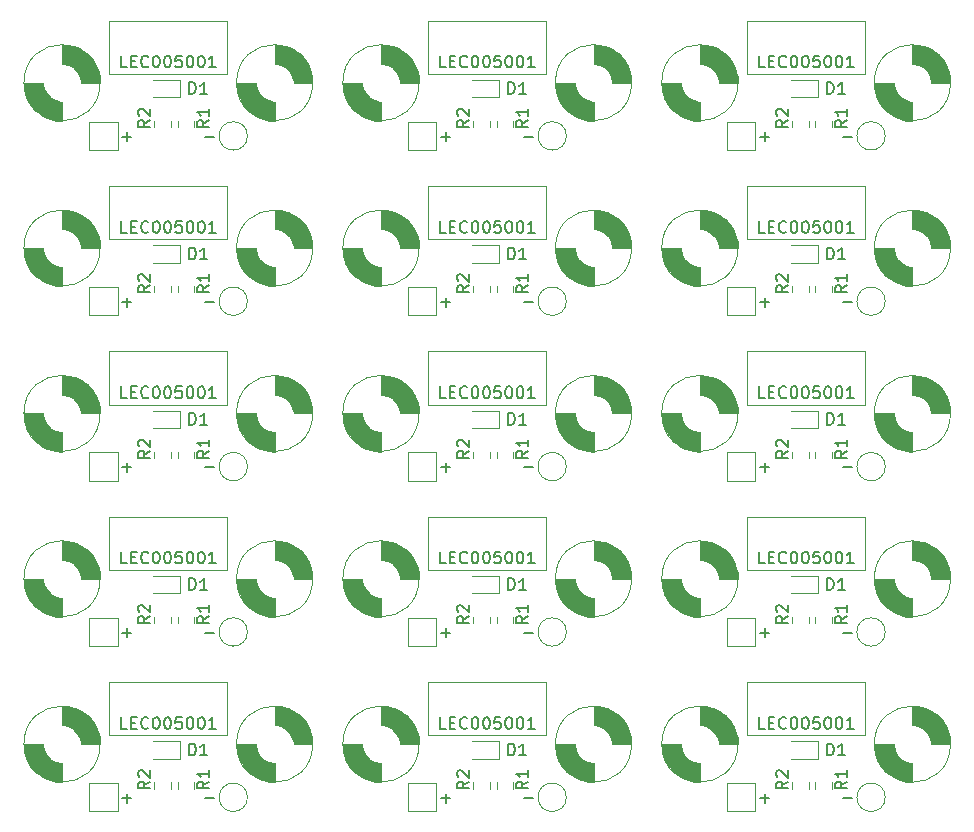
<source format=gto>
G04 #@! TF.GenerationSoftware,KiCad,Pcbnew,6.0.9-8da3e8f707~116~ubuntu20.04.1*
G04 #@! TF.CreationDate,2023-04-16T18:25:48+00:00*
G04 #@! TF.ProjectId,LEC005001-panel,4c454330-3035-4303-9031-2d70616e656c,rev?*
G04 #@! TF.SameCoordinates,Original*
G04 #@! TF.FileFunction,Legend,Top*
G04 #@! TF.FilePolarity,Positive*
%FSLAX46Y46*%
G04 Gerber Fmt 4.6, Leading zero omitted, Abs format (unit mm)*
G04 Created by KiCad (PCBNEW 6.0.9-8da3e8f707~116~ubuntu20.04.1) date 2023-04-16 18:25:48*
%MOMM*%
%LPD*%
G01*
G04 APERTURE LIST*
%ADD10C,0.120000*%
%ADD11C,0.150000*%
%ADD12C,0.010000*%
G04 APERTURE END LIST*
D10*
X17498912Y-7250000D02*
X7498912Y-7250000D01*
X71498912Y-7250000D02*
X61498912Y-7250000D01*
X44498912Y-7250000D02*
X34498912Y-7250000D01*
X17498912Y-21250000D02*
X7498912Y-21250000D01*
X44498912Y-21250000D02*
X34498912Y-21250000D01*
X71498912Y-21250000D02*
X61498912Y-21250000D01*
X17498912Y-35250000D02*
X7498912Y-35250000D01*
X44498912Y-35250000D02*
X34498912Y-35250000D01*
X71498912Y-35250000D02*
X61498912Y-35250000D01*
X17498912Y-49250000D02*
X7498912Y-49250000D01*
X44498912Y-49250000D02*
X34498912Y-49250000D01*
X71498912Y-49250000D02*
X61498912Y-49250000D01*
X17498912Y-63250000D02*
X7498912Y-63250000D01*
X44498912Y-63250000D02*
X34498912Y-63250000D01*
X71498912Y-63250000D02*
X61498912Y-63250000D01*
X17498912Y-11750000D02*
X17498912Y-7250000D01*
X71498912Y-11750000D02*
X71498912Y-7250000D01*
X44498912Y-11750000D02*
X44498912Y-7250000D01*
X17498912Y-25750000D02*
X17498912Y-21250000D01*
X44498912Y-25750000D02*
X44498912Y-21250000D01*
X71498912Y-25750000D02*
X71498912Y-21250000D01*
X17498912Y-39750000D02*
X17498912Y-35250000D01*
X44498912Y-39750000D02*
X44498912Y-35250000D01*
X71498912Y-39750000D02*
X71498912Y-35250000D01*
X17498912Y-53750000D02*
X17498912Y-49250000D01*
X44498912Y-53750000D02*
X44498912Y-49250000D01*
X71498912Y-53750000D02*
X71498912Y-49250000D01*
X17498912Y-67750000D02*
X17498912Y-63250000D01*
X44498912Y-67750000D02*
X44498912Y-63250000D01*
X71498912Y-67750000D02*
X71498912Y-63250000D01*
X7498912Y-7250000D02*
X7498912Y-11750000D01*
X34498912Y-7250000D02*
X34498912Y-11750000D01*
X61498912Y-7250000D02*
X61498912Y-11750000D01*
X7498912Y-21250000D02*
X7498912Y-25750000D01*
X34498912Y-21250000D02*
X34498912Y-25750000D01*
X61498912Y-21250000D02*
X61498912Y-25750000D01*
X7498912Y-35250000D02*
X7498912Y-39750000D01*
X34498912Y-35250000D02*
X34498912Y-39750000D01*
X61498912Y-35250000D02*
X61498912Y-39750000D01*
X7498912Y-49250000D02*
X7498912Y-53750000D01*
X34498912Y-49250000D02*
X34498912Y-53750000D01*
X61498912Y-49250000D02*
X61498912Y-53750000D01*
X7498912Y-63250000D02*
X7498912Y-67750000D01*
X34498912Y-63250000D02*
X34498912Y-67750000D01*
X61498912Y-63250000D02*
X61498912Y-67750000D01*
X7498912Y-11750000D02*
X17498912Y-11750000D01*
X34498912Y-11750000D02*
X44498912Y-11750000D01*
X61498912Y-11750000D02*
X71498912Y-11750000D01*
X7498912Y-25750000D02*
X17498912Y-25750000D01*
X34498912Y-25750000D02*
X44498912Y-25750000D01*
X61498912Y-25750000D02*
X71498912Y-25750000D01*
X7498912Y-39750000D02*
X17498912Y-39750000D01*
X34498912Y-39750000D02*
X44498912Y-39750000D01*
X61498912Y-39750000D02*
X71498912Y-39750000D01*
X7498912Y-53750000D02*
X17498912Y-53750000D01*
X34498912Y-53750000D02*
X44498912Y-53750000D01*
X61498912Y-53750000D02*
X71498912Y-53750000D01*
X7498912Y-67750000D02*
X17498912Y-67750000D01*
X34498912Y-67750000D02*
X44498912Y-67750000D01*
X61498912Y-67750000D02*
X71498912Y-67750000D01*
D11*
X42617959Y-17071428D02*
X43379864Y-17071428D01*
X69617959Y-17071428D02*
X70379864Y-17071428D01*
X15617959Y-17071428D02*
X16379864Y-17071428D01*
X15617959Y-31071428D02*
X16379864Y-31071428D01*
X42617959Y-31071428D02*
X43379864Y-31071428D01*
X69617959Y-31071428D02*
X70379864Y-31071428D01*
X15617959Y-45071428D02*
X16379864Y-45071428D01*
X42617959Y-45071428D02*
X43379864Y-45071428D01*
X69617959Y-45071428D02*
X70379864Y-45071428D01*
X15617959Y-59071428D02*
X16379864Y-59071428D01*
X42617959Y-59071428D02*
X43379864Y-59071428D01*
X69617959Y-59071428D02*
X70379864Y-59071428D01*
X15617959Y-73071428D02*
X16379864Y-73071428D01*
X42617959Y-73071428D02*
X43379864Y-73071428D01*
X69617959Y-73071428D02*
X70379864Y-73071428D01*
X8998911Y-11202380D02*
X8522721Y-11202380D01*
X8522721Y-10202380D01*
X9332245Y-10678571D02*
X9665578Y-10678571D01*
X9808435Y-11202380D02*
X9332245Y-11202380D01*
X9332245Y-10202380D01*
X9808435Y-10202380D01*
X10808435Y-11107142D02*
X10760816Y-11154761D01*
X10617959Y-11202380D01*
X10522721Y-11202380D01*
X10379864Y-11154761D01*
X10284626Y-11059523D01*
X10237007Y-10964285D01*
X10189388Y-10773809D01*
X10189388Y-10630952D01*
X10237007Y-10440476D01*
X10284626Y-10345238D01*
X10379864Y-10250000D01*
X10522721Y-10202380D01*
X10617959Y-10202380D01*
X10760816Y-10250000D01*
X10808435Y-10297619D01*
X11427483Y-10202380D02*
X11522721Y-10202380D01*
X11617959Y-10250000D01*
X11665578Y-10297619D01*
X11713197Y-10392857D01*
X11760816Y-10583333D01*
X11760816Y-10821428D01*
X11713197Y-11011904D01*
X11665578Y-11107142D01*
X11617959Y-11154761D01*
X11522721Y-11202380D01*
X11427483Y-11202380D01*
X11332245Y-11154761D01*
X11284626Y-11107142D01*
X11237007Y-11011904D01*
X11189388Y-10821428D01*
X11189388Y-10583333D01*
X11237007Y-10392857D01*
X11284626Y-10297619D01*
X11332245Y-10250000D01*
X11427483Y-10202380D01*
X12379864Y-10202380D02*
X12475102Y-10202380D01*
X12570340Y-10250000D01*
X12617959Y-10297619D01*
X12665578Y-10392857D01*
X12713197Y-10583333D01*
X12713197Y-10821428D01*
X12665578Y-11011904D01*
X12617959Y-11107142D01*
X12570340Y-11154761D01*
X12475102Y-11202380D01*
X12379864Y-11202380D01*
X12284626Y-11154761D01*
X12237007Y-11107142D01*
X12189388Y-11011904D01*
X12141769Y-10821428D01*
X12141769Y-10583333D01*
X12189388Y-10392857D01*
X12237007Y-10297619D01*
X12284626Y-10250000D01*
X12379864Y-10202380D01*
X13617959Y-10202380D02*
X13141769Y-10202380D01*
X13094150Y-10678571D01*
X13141769Y-10630952D01*
X13237007Y-10583333D01*
X13475102Y-10583333D01*
X13570340Y-10630952D01*
X13617959Y-10678571D01*
X13665578Y-10773809D01*
X13665578Y-11011904D01*
X13617959Y-11107142D01*
X13570340Y-11154761D01*
X13475102Y-11202380D01*
X13237007Y-11202380D01*
X13141769Y-11154761D01*
X13094150Y-11107142D01*
X14284626Y-10202380D02*
X14379864Y-10202380D01*
X14475102Y-10250000D01*
X14522721Y-10297619D01*
X14570340Y-10392857D01*
X14617959Y-10583333D01*
X14617959Y-10821428D01*
X14570340Y-11011904D01*
X14522721Y-11107142D01*
X14475102Y-11154761D01*
X14379864Y-11202380D01*
X14284626Y-11202380D01*
X14189388Y-11154761D01*
X14141769Y-11107142D01*
X14094150Y-11011904D01*
X14046531Y-10821428D01*
X14046531Y-10583333D01*
X14094150Y-10392857D01*
X14141769Y-10297619D01*
X14189388Y-10250000D01*
X14284626Y-10202380D01*
X15237007Y-10202380D02*
X15332245Y-10202380D01*
X15427483Y-10250000D01*
X15475102Y-10297619D01*
X15522721Y-10392857D01*
X15570340Y-10583333D01*
X15570340Y-10821428D01*
X15522721Y-11011904D01*
X15475102Y-11107142D01*
X15427483Y-11154761D01*
X15332245Y-11202380D01*
X15237007Y-11202380D01*
X15141769Y-11154761D01*
X15094150Y-11107142D01*
X15046531Y-11011904D01*
X14998911Y-10821428D01*
X14998911Y-10583333D01*
X15046531Y-10392857D01*
X15094150Y-10297619D01*
X15141769Y-10250000D01*
X15237007Y-10202380D01*
X16522721Y-11202380D02*
X15951292Y-11202380D01*
X16237007Y-11202380D02*
X16237007Y-10202380D01*
X16141769Y-10345238D01*
X16046531Y-10440476D01*
X15951292Y-10488095D01*
X35998912Y-11202380D02*
X35522721Y-11202380D01*
X35522721Y-10202380D01*
X36332245Y-10678571D02*
X36665578Y-10678571D01*
X36808435Y-11202380D02*
X36332245Y-11202380D01*
X36332245Y-10202380D01*
X36808435Y-10202380D01*
X37808435Y-11107142D02*
X37760816Y-11154761D01*
X37617959Y-11202380D01*
X37522721Y-11202380D01*
X37379864Y-11154761D01*
X37284626Y-11059523D01*
X37237007Y-10964285D01*
X37189388Y-10773809D01*
X37189388Y-10630952D01*
X37237007Y-10440476D01*
X37284626Y-10345238D01*
X37379864Y-10250000D01*
X37522721Y-10202380D01*
X37617959Y-10202380D01*
X37760816Y-10250000D01*
X37808435Y-10297619D01*
X38427483Y-10202380D02*
X38522721Y-10202380D01*
X38617959Y-10250000D01*
X38665578Y-10297619D01*
X38713197Y-10392857D01*
X38760816Y-10583333D01*
X38760816Y-10821428D01*
X38713197Y-11011904D01*
X38665578Y-11107142D01*
X38617959Y-11154761D01*
X38522721Y-11202380D01*
X38427483Y-11202380D01*
X38332245Y-11154761D01*
X38284626Y-11107142D01*
X38237007Y-11011904D01*
X38189388Y-10821428D01*
X38189388Y-10583333D01*
X38237007Y-10392857D01*
X38284626Y-10297619D01*
X38332245Y-10250000D01*
X38427483Y-10202380D01*
X39379864Y-10202380D02*
X39475102Y-10202380D01*
X39570340Y-10250000D01*
X39617959Y-10297619D01*
X39665578Y-10392857D01*
X39713197Y-10583333D01*
X39713197Y-10821428D01*
X39665578Y-11011904D01*
X39617959Y-11107142D01*
X39570340Y-11154761D01*
X39475102Y-11202380D01*
X39379864Y-11202380D01*
X39284626Y-11154761D01*
X39237007Y-11107142D01*
X39189388Y-11011904D01*
X39141769Y-10821428D01*
X39141769Y-10583333D01*
X39189388Y-10392857D01*
X39237007Y-10297619D01*
X39284626Y-10250000D01*
X39379864Y-10202380D01*
X40617959Y-10202380D02*
X40141769Y-10202380D01*
X40094150Y-10678571D01*
X40141769Y-10630952D01*
X40237007Y-10583333D01*
X40475102Y-10583333D01*
X40570340Y-10630952D01*
X40617959Y-10678571D01*
X40665578Y-10773809D01*
X40665578Y-11011904D01*
X40617959Y-11107142D01*
X40570340Y-11154761D01*
X40475102Y-11202380D01*
X40237007Y-11202380D01*
X40141769Y-11154761D01*
X40094150Y-11107142D01*
X41284626Y-10202380D02*
X41379864Y-10202380D01*
X41475102Y-10250000D01*
X41522721Y-10297619D01*
X41570340Y-10392857D01*
X41617959Y-10583333D01*
X41617959Y-10821428D01*
X41570340Y-11011904D01*
X41522721Y-11107142D01*
X41475102Y-11154761D01*
X41379864Y-11202380D01*
X41284626Y-11202380D01*
X41189388Y-11154761D01*
X41141769Y-11107142D01*
X41094150Y-11011904D01*
X41046531Y-10821428D01*
X41046531Y-10583333D01*
X41094150Y-10392857D01*
X41141769Y-10297619D01*
X41189388Y-10250000D01*
X41284626Y-10202380D01*
X42237007Y-10202380D02*
X42332245Y-10202380D01*
X42427483Y-10250000D01*
X42475102Y-10297619D01*
X42522721Y-10392857D01*
X42570340Y-10583333D01*
X42570340Y-10821428D01*
X42522721Y-11011904D01*
X42475102Y-11107142D01*
X42427483Y-11154761D01*
X42332245Y-11202380D01*
X42237007Y-11202380D01*
X42141769Y-11154761D01*
X42094150Y-11107142D01*
X42046531Y-11011904D01*
X41998912Y-10821428D01*
X41998912Y-10583333D01*
X42046531Y-10392857D01*
X42094150Y-10297619D01*
X42141769Y-10250000D01*
X42237007Y-10202380D01*
X43522721Y-11202380D02*
X42951292Y-11202380D01*
X43237007Y-11202380D02*
X43237007Y-10202380D01*
X43141769Y-10345238D01*
X43046531Y-10440476D01*
X42951292Y-10488095D01*
X62998912Y-11202380D02*
X62522721Y-11202380D01*
X62522721Y-10202380D01*
X63332245Y-10678571D02*
X63665578Y-10678571D01*
X63808435Y-11202380D02*
X63332245Y-11202380D01*
X63332245Y-10202380D01*
X63808435Y-10202380D01*
X64808435Y-11107142D02*
X64760816Y-11154761D01*
X64617959Y-11202380D01*
X64522721Y-11202380D01*
X64379864Y-11154761D01*
X64284626Y-11059523D01*
X64237007Y-10964285D01*
X64189388Y-10773809D01*
X64189388Y-10630952D01*
X64237007Y-10440476D01*
X64284626Y-10345238D01*
X64379864Y-10250000D01*
X64522721Y-10202380D01*
X64617959Y-10202380D01*
X64760816Y-10250000D01*
X64808435Y-10297619D01*
X65427483Y-10202380D02*
X65522721Y-10202380D01*
X65617959Y-10250000D01*
X65665578Y-10297619D01*
X65713197Y-10392857D01*
X65760816Y-10583333D01*
X65760816Y-10821428D01*
X65713197Y-11011904D01*
X65665578Y-11107142D01*
X65617959Y-11154761D01*
X65522721Y-11202380D01*
X65427483Y-11202380D01*
X65332245Y-11154761D01*
X65284626Y-11107142D01*
X65237007Y-11011904D01*
X65189388Y-10821428D01*
X65189388Y-10583333D01*
X65237007Y-10392857D01*
X65284626Y-10297619D01*
X65332245Y-10250000D01*
X65427483Y-10202380D01*
X66379864Y-10202380D02*
X66475102Y-10202380D01*
X66570340Y-10250000D01*
X66617959Y-10297619D01*
X66665578Y-10392857D01*
X66713197Y-10583333D01*
X66713197Y-10821428D01*
X66665578Y-11011904D01*
X66617959Y-11107142D01*
X66570340Y-11154761D01*
X66475102Y-11202380D01*
X66379864Y-11202380D01*
X66284626Y-11154761D01*
X66237007Y-11107142D01*
X66189388Y-11011904D01*
X66141769Y-10821428D01*
X66141769Y-10583333D01*
X66189388Y-10392857D01*
X66237007Y-10297619D01*
X66284626Y-10250000D01*
X66379864Y-10202380D01*
X67617959Y-10202380D02*
X67141769Y-10202380D01*
X67094150Y-10678571D01*
X67141769Y-10630952D01*
X67237007Y-10583333D01*
X67475102Y-10583333D01*
X67570340Y-10630952D01*
X67617959Y-10678571D01*
X67665578Y-10773809D01*
X67665578Y-11011904D01*
X67617959Y-11107142D01*
X67570340Y-11154761D01*
X67475102Y-11202380D01*
X67237007Y-11202380D01*
X67141769Y-11154761D01*
X67094150Y-11107142D01*
X68284626Y-10202380D02*
X68379864Y-10202380D01*
X68475102Y-10250000D01*
X68522721Y-10297619D01*
X68570340Y-10392857D01*
X68617959Y-10583333D01*
X68617959Y-10821428D01*
X68570340Y-11011904D01*
X68522721Y-11107142D01*
X68475102Y-11154761D01*
X68379864Y-11202380D01*
X68284626Y-11202380D01*
X68189388Y-11154761D01*
X68141769Y-11107142D01*
X68094150Y-11011904D01*
X68046531Y-10821428D01*
X68046531Y-10583333D01*
X68094150Y-10392857D01*
X68141769Y-10297619D01*
X68189388Y-10250000D01*
X68284626Y-10202380D01*
X69237007Y-10202380D02*
X69332245Y-10202380D01*
X69427483Y-10250000D01*
X69475102Y-10297619D01*
X69522721Y-10392857D01*
X69570340Y-10583333D01*
X69570340Y-10821428D01*
X69522721Y-11011904D01*
X69475102Y-11107142D01*
X69427483Y-11154761D01*
X69332245Y-11202380D01*
X69237007Y-11202380D01*
X69141769Y-11154761D01*
X69094150Y-11107142D01*
X69046531Y-11011904D01*
X68998912Y-10821428D01*
X68998912Y-10583333D01*
X69046531Y-10392857D01*
X69094150Y-10297619D01*
X69141769Y-10250000D01*
X69237007Y-10202380D01*
X70522721Y-11202380D02*
X69951292Y-11202380D01*
X70237007Y-11202380D02*
X70237007Y-10202380D01*
X70141769Y-10345238D01*
X70046531Y-10440476D01*
X69951292Y-10488095D01*
X8998911Y-25202380D02*
X8522721Y-25202380D01*
X8522721Y-24202380D01*
X9332245Y-24678571D02*
X9665578Y-24678571D01*
X9808435Y-25202380D02*
X9332245Y-25202380D01*
X9332245Y-24202380D01*
X9808435Y-24202380D01*
X10808435Y-25107142D02*
X10760816Y-25154761D01*
X10617959Y-25202380D01*
X10522721Y-25202380D01*
X10379864Y-25154761D01*
X10284626Y-25059523D01*
X10237007Y-24964285D01*
X10189388Y-24773809D01*
X10189388Y-24630952D01*
X10237007Y-24440476D01*
X10284626Y-24345238D01*
X10379864Y-24250000D01*
X10522721Y-24202380D01*
X10617959Y-24202380D01*
X10760816Y-24250000D01*
X10808435Y-24297619D01*
X11427483Y-24202380D02*
X11522721Y-24202380D01*
X11617959Y-24250000D01*
X11665578Y-24297619D01*
X11713197Y-24392857D01*
X11760816Y-24583333D01*
X11760816Y-24821428D01*
X11713197Y-25011904D01*
X11665578Y-25107142D01*
X11617959Y-25154761D01*
X11522721Y-25202380D01*
X11427483Y-25202380D01*
X11332245Y-25154761D01*
X11284626Y-25107142D01*
X11237007Y-25011904D01*
X11189388Y-24821428D01*
X11189388Y-24583333D01*
X11237007Y-24392857D01*
X11284626Y-24297619D01*
X11332245Y-24250000D01*
X11427483Y-24202380D01*
X12379864Y-24202380D02*
X12475102Y-24202380D01*
X12570340Y-24250000D01*
X12617959Y-24297619D01*
X12665578Y-24392857D01*
X12713197Y-24583333D01*
X12713197Y-24821428D01*
X12665578Y-25011904D01*
X12617959Y-25107142D01*
X12570340Y-25154761D01*
X12475102Y-25202380D01*
X12379864Y-25202380D01*
X12284626Y-25154761D01*
X12237007Y-25107142D01*
X12189388Y-25011904D01*
X12141769Y-24821428D01*
X12141769Y-24583333D01*
X12189388Y-24392857D01*
X12237007Y-24297619D01*
X12284626Y-24250000D01*
X12379864Y-24202380D01*
X13617959Y-24202380D02*
X13141769Y-24202380D01*
X13094150Y-24678571D01*
X13141769Y-24630952D01*
X13237007Y-24583333D01*
X13475102Y-24583333D01*
X13570340Y-24630952D01*
X13617959Y-24678571D01*
X13665578Y-24773809D01*
X13665578Y-25011904D01*
X13617959Y-25107142D01*
X13570340Y-25154761D01*
X13475102Y-25202380D01*
X13237007Y-25202380D01*
X13141769Y-25154761D01*
X13094150Y-25107142D01*
X14284626Y-24202380D02*
X14379864Y-24202380D01*
X14475102Y-24250000D01*
X14522721Y-24297619D01*
X14570340Y-24392857D01*
X14617959Y-24583333D01*
X14617959Y-24821428D01*
X14570340Y-25011904D01*
X14522721Y-25107142D01*
X14475102Y-25154761D01*
X14379864Y-25202380D01*
X14284626Y-25202380D01*
X14189388Y-25154761D01*
X14141769Y-25107142D01*
X14094150Y-25011904D01*
X14046531Y-24821428D01*
X14046531Y-24583333D01*
X14094150Y-24392857D01*
X14141769Y-24297619D01*
X14189388Y-24250000D01*
X14284626Y-24202380D01*
X15237007Y-24202380D02*
X15332245Y-24202380D01*
X15427483Y-24250000D01*
X15475102Y-24297619D01*
X15522721Y-24392857D01*
X15570340Y-24583333D01*
X15570340Y-24821428D01*
X15522721Y-25011904D01*
X15475102Y-25107142D01*
X15427483Y-25154761D01*
X15332245Y-25202380D01*
X15237007Y-25202380D01*
X15141769Y-25154761D01*
X15094150Y-25107142D01*
X15046531Y-25011904D01*
X14998911Y-24821428D01*
X14998911Y-24583333D01*
X15046531Y-24392857D01*
X15094150Y-24297619D01*
X15141769Y-24250000D01*
X15237007Y-24202380D01*
X16522721Y-25202380D02*
X15951292Y-25202380D01*
X16237007Y-25202380D02*
X16237007Y-24202380D01*
X16141769Y-24345238D01*
X16046531Y-24440476D01*
X15951292Y-24488095D01*
X35998912Y-25202380D02*
X35522721Y-25202380D01*
X35522721Y-24202380D01*
X36332245Y-24678571D02*
X36665578Y-24678571D01*
X36808435Y-25202380D02*
X36332245Y-25202380D01*
X36332245Y-24202380D01*
X36808435Y-24202380D01*
X37808435Y-25107142D02*
X37760816Y-25154761D01*
X37617959Y-25202380D01*
X37522721Y-25202380D01*
X37379864Y-25154761D01*
X37284626Y-25059523D01*
X37237007Y-24964285D01*
X37189388Y-24773809D01*
X37189388Y-24630952D01*
X37237007Y-24440476D01*
X37284626Y-24345238D01*
X37379864Y-24250000D01*
X37522721Y-24202380D01*
X37617959Y-24202380D01*
X37760816Y-24250000D01*
X37808435Y-24297619D01*
X38427483Y-24202380D02*
X38522721Y-24202380D01*
X38617959Y-24250000D01*
X38665578Y-24297619D01*
X38713197Y-24392857D01*
X38760816Y-24583333D01*
X38760816Y-24821428D01*
X38713197Y-25011904D01*
X38665578Y-25107142D01*
X38617959Y-25154761D01*
X38522721Y-25202380D01*
X38427483Y-25202380D01*
X38332245Y-25154761D01*
X38284626Y-25107142D01*
X38237007Y-25011904D01*
X38189388Y-24821428D01*
X38189388Y-24583333D01*
X38237007Y-24392857D01*
X38284626Y-24297619D01*
X38332245Y-24250000D01*
X38427483Y-24202380D01*
X39379864Y-24202380D02*
X39475102Y-24202380D01*
X39570340Y-24250000D01*
X39617959Y-24297619D01*
X39665578Y-24392857D01*
X39713197Y-24583333D01*
X39713197Y-24821428D01*
X39665578Y-25011904D01*
X39617959Y-25107142D01*
X39570340Y-25154761D01*
X39475102Y-25202380D01*
X39379864Y-25202380D01*
X39284626Y-25154761D01*
X39237007Y-25107142D01*
X39189388Y-25011904D01*
X39141769Y-24821428D01*
X39141769Y-24583333D01*
X39189388Y-24392857D01*
X39237007Y-24297619D01*
X39284626Y-24250000D01*
X39379864Y-24202380D01*
X40617959Y-24202380D02*
X40141769Y-24202380D01*
X40094150Y-24678571D01*
X40141769Y-24630952D01*
X40237007Y-24583333D01*
X40475102Y-24583333D01*
X40570340Y-24630952D01*
X40617959Y-24678571D01*
X40665578Y-24773809D01*
X40665578Y-25011904D01*
X40617959Y-25107142D01*
X40570340Y-25154761D01*
X40475102Y-25202380D01*
X40237007Y-25202380D01*
X40141769Y-25154761D01*
X40094150Y-25107142D01*
X41284626Y-24202380D02*
X41379864Y-24202380D01*
X41475102Y-24250000D01*
X41522721Y-24297619D01*
X41570340Y-24392857D01*
X41617959Y-24583333D01*
X41617959Y-24821428D01*
X41570340Y-25011904D01*
X41522721Y-25107142D01*
X41475102Y-25154761D01*
X41379864Y-25202380D01*
X41284626Y-25202380D01*
X41189388Y-25154761D01*
X41141769Y-25107142D01*
X41094150Y-25011904D01*
X41046531Y-24821428D01*
X41046531Y-24583333D01*
X41094150Y-24392857D01*
X41141769Y-24297619D01*
X41189388Y-24250000D01*
X41284626Y-24202380D01*
X42237007Y-24202380D02*
X42332245Y-24202380D01*
X42427483Y-24250000D01*
X42475102Y-24297619D01*
X42522721Y-24392857D01*
X42570340Y-24583333D01*
X42570340Y-24821428D01*
X42522721Y-25011904D01*
X42475102Y-25107142D01*
X42427483Y-25154761D01*
X42332245Y-25202380D01*
X42237007Y-25202380D01*
X42141769Y-25154761D01*
X42094150Y-25107142D01*
X42046531Y-25011904D01*
X41998912Y-24821428D01*
X41998912Y-24583333D01*
X42046531Y-24392857D01*
X42094150Y-24297619D01*
X42141769Y-24250000D01*
X42237007Y-24202380D01*
X43522721Y-25202380D02*
X42951292Y-25202380D01*
X43237007Y-25202380D02*
X43237007Y-24202380D01*
X43141769Y-24345238D01*
X43046531Y-24440476D01*
X42951292Y-24488095D01*
X62998912Y-25202380D02*
X62522721Y-25202380D01*
X62522721Y-24202380D01*
X63332245Y-24678571D02*
X63665578Y-24678571D01*
X63808435Y-25202380D02*
X63332245Y-25202380D01*
X63332245Y-24202380D01*
X63808435Y-24202380D01*
X64808435Y-25107142D02*
X64760816Y-25154761D01*
X64617959Y-25202380D01*
X64522721Y-25202380D01*
X64379864Y-25154761D01*
X64284626Y-25059523D01*
X64237007Y-24964285D01*
X64189388Y-24773809D01*
X64189388Y-24630952D01*
X64237007Y-24440476D01*
X64284626Y-24345238D01*
X64379864Y-24250000D01*
X64522721Y-24202380D01*
X64617959Y-24202380D01*
X64760816Y-24250000D01*
X64808435Y-24297619D01*
X65427483Y-24202380D02*
X65522721Y-24202380D01*
X65617959Y-24250000D01*
X65665578Y-24297619D01*
X65713197Y-24392857D01*
X65760816Y-24583333D01*
X65760816Y-24821428D01*
X65713197Y-25011904D01*
X65665578Y-25107142D01*
X65617959Y-25154761D01*
X65522721Y-25202380D01*
X65427483Y-25202380D01*
X65332245Y-25154761D01*
X65284626Y-25107142D01*
X65237007Y-25011904D01*
X65189388Y-24821428D01*
X65189388Y-24583333D01*
X65237007Y-24392857D01*
X65284626Y-24297619D01*
X65332245Y-24250000D01*
X65427483Y-24202380D01*
X66379864Y-24202380D02*
X66475102Y-24202380D01*
X66570340Y-24250000D01*
X66617959Y-24297619D01*
X66665578Y-24392857D01*
X66713197Y-24583333D01*
X66713197Y-24821428D01*
X66665578Y-25011904D01*
X66617959Y-25107142D01*
X66570340Y-25154761D01*
X66475102Y-25202380D01*
X66379864Y-25202380D01*
X66284626Y-25154761D01*
X66237007Y-25107142D01*
X66189388Y-25011904D01*
X66141769Y-24821428D01*
X66141769Y-24583333D01*
X66189388Y-24392857D01*
X66237007Y-24297619D01*
X66284626Y-24250000D01*
X66379864Y-24202380D01*
X67617959Y-24202380D02*
X67141769Y-24202380D01*
X67094150Y-24678571D01*
X67141769Y-24630952D01*
X67237007Y-24583333D01*
X67475102Y-24583333D01*
X67570340Y-24630952D01*
X67617959Y-24678571D01*
X67665578Y-24773809D01*
X67665578Y-25011904D01*
X67617959Y-25107142D01*
X67570340Y-25154761D01*
X67475102Y-25202380D01*
X67237007Y-25202380D01*
X67141769Y-25154761D01*
X67094150Y-25107142D01*
X68284626Y-24202380D02*
X68379864Y-24202380D01*
X68475102Y-24250000D01*
X68522721Y-24297619D01*
X68570340Y-24392857D01*
X68617959Y-24583333D01*
X68617959Y-24821428D01*
X68570340Y-25011904D01*
X68522721Y-25107142D01*
X68475102Y-25154761D01*
X68379864Y-25202380D01*
X68284626Y-25202380D01*
X68189388Y-25154761D01*
X68141769Y-25107142D01*
X68094150Y-25011904D01*
X68046531Y-24821428D01*
X68046531Y-24583333D01*
X68094150Y-24392857D01*
X68141769Y-24297619D01*
X68189388Y-24250000D01*
X68284626Y-24202380D01*
X69237007Y-24202380D02*
X69332245Y-24202380D01*
X69427483Y-24250000D01*
X69475102Y-24297619D01*
X69522721Y-24392857D01*
X69570340Y-24583333D01*
X69570340Y-24821428D01*
X69522721Y-25011904D01*
X69475102Y-25107142D01*
X69427483Y-25154761D01*
X69332245Y-25202380D01*
X69237007Y-25202380D01*
X69141769Y-25154761D01*
X69094150Y-25107142D01*
X69046531Y-25011904D01*
X68998912Y-24821428D01*
X68998912Y-24583333D01*
X69046531Y-24392857D01*
X69094150Y-24297619D01*
X69141769Y-24250000D01*
X69237007Y-24202380D01*
X70522721Y-25202380D02*
X69951292Y-25202380D01*
X70237007Y-25202380D02*
X70237007Y-24202380D01*
X70141769Y-24345238D01*
X70046531Y-24440476D01*
X69951292Y-24488095D01*
X8998911Y-39202380D02*
X8522721Y-39202380D01*
X8522721Y-38202380D01*
X9332245Y-38678571D02*
X9665578Y-38678571D01*
X9808435Y-39202380D02*
X9332245Y-39202380D01*
X9332245Y-38202380D01*
X9808435Y-38202380D01*
X10808435Y-39107142D02*
X10760816Y-39154761D01*
X10617959Y-39202380D01*
X10522721Y-39202380D01*
X10379864Y-39154761D01*
X10284626Y-39059523D01*
X10237007Y-38964285D01*
X10189388Y-38773809D01*
X10189388Y-38630952D01*
X10237007Y-38440476D01*
X10284626Y-38345238D01*
X10379864Y-38250000D01*
X10522721Y-38202380D01*
X10617959Y-38202380D01*
X10760816Y-38250000D01*
X10808435Y-38297619D01*
X11427483Y-38202380D02*
X11522721Y-38202380D01*
X11617959Y-38250000D01*
X11665578Y-38297619D01*
X11713197Y-38392857D01*
X11760816Y-38583333D01*
X11760816Y-38821428D01*
X11713197Y-39011904D01*
X11665578Y-39107142D01*
X11617959Y-39154761D01*
X11522721Y-39202380D01*
X11427483Y-39202380D01*
X11332245Y-39154761D01*
X11284626Y-39107142D01*
X11237007Y-39011904D01*
X11189388Y-38821428D01*
X11189388Y-38583333D01*
X11237007Y-38392857D01*
X11284626Y-38297619D01*
X11332245Y-38250000D01*
X11427483Y-38202380D01*
X12379864Y-38202380D02*
X12475102Y-38202380D01*
X12570340Y-38250000D01*
X12617959Y-38297619D01*
X12665578Y-38392857D01*
X12713197Y-38583333D01*
X12713197Y-38821428D01*
X12665578Y-39011904D01*
X12617959Y-39107142D01*
X12570340Y-39154761D01*
X12475102Y-39202380D01*
X12379864Y-39202380D01*
X12284626Y-39154761D01*
X12237007Y-39107142D01*
X12189388Y-39011904D01*
X12141769Y-38821428D01*
X12141769Y-38583333D01*
X12189388Y-38392857D01*
X12237007Y-38297619D01*
X12284626Y-38250000D01*
X12379864Y-38202380D01*
X13617959Y-38202380D02*
X13141769Y-38202380D01*
X13094150Y-38678571D01*
X13141769Y-38630952D01*
X13237007Y-38583333D01*
X13475102Y-38583333D01*
X13570340Y-38630952D01*
X13617959Y-38678571D01*
X13665578Y-38773809D01*
X13665578Y-39011904D01*
X13617959Y-39107142D01*
X13570340Y-39154761D01*
X13475102Y-39202380D01*
X13237007Y-39202380D01*
X13141769Y-39154761D01*
X13094150Y-39107142D01*
X14284626Y-38202380D02*
X14379864Y-38202380D01*
X14475102Y-38250000D01*
X14522721Y-38297619D01*
X14570340Y-38392857D01*
X14617959Y-38583333D01*
X14617959Y-38821428D01*
X14570340Y-39011904D01*
X14522721Y-39107142D01*
X14475102Y-39154761D01*
X14379864Y-39202380D01*
X14284626Y-39202380D01*
X14189388Y-39154761D01*
X14141769Y-39107142D01*
X14094150Y-39011904D01*
X14046531Y-38821428D01*
X14046531Y-38583333D01*
X14094150Y-38392857D01*
X14141769Y-38297619D01*
X14189388Y-38250000D01*
X14284626Y-38202380D01*
X15237007Y-38202380D02*
X15332245Y-38202380D01*
X15427483Y-38250000D01*
X15475102Y-38297619D01*
X15522721Y-38392857D01*
X15570340Y-38583333D01*
X15570340Y-38821428D01*
X15522721Y-39011904D01*
X15475102Y-39107142D01*
X15427483Y-39154761D01*
X15332245Y-39202380D01*
X15237007Y-39202380D01*
X15141769Y-39154761D01*
X15094150Y-39107142D01*
X15046531Y-39011904D01*
X14998911Y-38821428D01*
X14998911Y-38583333D01*
X15046531Y-38392857D01*
X15094150Y-38297619D01*
X15141769Y-38250000D01*
X15237007Y-38202380D01*
X16522721Y-39202380D02*
X15951292Y-39202380D01*
X16237007Y-39202380D02*
X16237007Y-38202380D01*
X16141769Y-38345238D01*
X16046531Y-38440476D01*
X15951292Y-38488095D01*
X35998912Y-39202380D02*
X35522721Y-39202380D01*
X35522721Y-38202380D01*
X36332245Y-38678571D02*
X36665578Y-38678571D01*
X36808435Y-39202380D02*
X36332245Y-39202380D01*
X36332245Y-38202380D01*
X36808435Y-38202380D01*
X37808435Y-39107142D02*
X37760816Y-39154761D01*
X37617959Y-39202380D01*
X37522721Y-39202380D01*
X37379864Y-39154761D01*
X37284626Y-39059523D01*
X37237007Y-38964285D01*
X37189388Y-38773809D01*
X37189388Y-38630952D01*
X37237007Y-38440476D01*
X37284626Y-38345238D01*
X37379864Y-38250000D01*
X37522721Y-38202380D01*
X37617959Y-38202380D01*
X37760816Y-38250000D01*
X37808435Y-38297619D01*
X38427483Y-38202380D02*
X38522721Y-38202380D01*
X38617959Y-38250000D01*
X38665578Y-38297619D01*
X38713197Y-38392857D01*
X38760816Y-38583333D01*
X38760816Y-38821428D01*
X38713197Y-39011904D01*
X38665578Y-39107142D01*
X38617959Y-39154761D01*
X38522721Y-39202380D01*
X38427483Y-39202380D01*
X38332245Y-39154761D01*
X38284626Y-39107142D01*
X38237007Y-39011904D01*
X38189388Y-38821428D01*
X38189388Y-38583333D01*
X38237007Y-38392857D01*
X38284626Y-38297619D01*
X38332245Y-38250000D01*
X38427483Y-38202380D01*
X39379864Y-38202380D02*
X39475102Y-38202380D01*
X39570340Y-38250000D01*
X39617959Y-38297619D01*
X39665578Y-38392857D01*
X39713197Y-38583333D01*
X39713197Y-38821428D01*
X39665578Y-39011904D01*
X39617959Y-39107142D01*
X39570340Y-39154761D01*
X39475102Y-39202380D01*
X39379864Y-39202380D01*
X39284626Y-39154761D01*
X39237007Y-39107142D01*
X39189388Y-39011904D01*
X39141769Y-38821428D01*
X39141769Y-38583333D01*
X39189388Y-38392857D01*
X39237007Y-38297619D01*
X39284626Y-38250000D01*
X39379864Y-38202380D01*
X40617959Y-38202380D02*
X40141769Y-38202380D01*
X40094150Y-38678571D01*
X40141769Y-38630952D01*
X40237007Y-38583333D01*
X40475102Y-38583333D01*
X40570340Y-38630952D01*
X40617959Y-38678571D01*
X40665578Y-38773809D01*
X40665578Y-39011904D01*
X40617959Y-39107142D01*
X40570340Y-39154761D01*
X40475102Y-39202380D01*
X40237007Y-39202380D01*
X40141769Y-39154761D01*
X40094150Y-39107142D01*
X41284626Y-38202380D02*
X41379864Y-38202380D01*
X41475102Y-38250000D01*
X41522721Y-38297619D01*
X41570340Y-38392857D01*
X41617959Y-38583333D01*
X41617959Y-38821428D01*
X41570340Y-39011904D01*
X41522721Y-39107142D01*
X41475102Y-39154761D01*
X41379864Y-39202380D01*
X41284626Y-39202380D01*
X41189388Y-39154761D01*
X41141769Y-39107142D01*
X41094150Y-39011904D01*
X41046531Y-38821428D01*
X41046531Y-38583333D01*
X41094150Y-38392857D01*
X41141769Y-38297619D01*
X41189388Y-38250000D01*
X41284626Y-38202380D01*
X42237007Y-38202380D02*
X42332245Y-38202380D01*
X42427483Y-38250000D01*
X42475102Y-38297619D01*
X42522721Y-38392857D01*
X42570340Y-38583333D01*
X42570340Y-38821428D01*
X42522721Y-39011904D01*
X42475102Y-39107142D01*
X42427483Y-39154761D01*
X42332245Y-39202380D01*
X42237007Y-39202380D01*
X42141769Y-39154761D01*
X42094150Y-39107142D01*
X42046531Y-39011904D01*
X41998912Y-38821428D01*
X41998912Y-38583333D01*
X42046531Y-38392857D01*
X42094150Y-38297619D01*
X42141769Y-38250000D01*
X42237007Y-38202380D01*
X43522721Y-39202380D02*
X42951292Y-39202380D01*
X43237007Y-39202380D02*
X43237007Y-38202380D01*
X43141769Y-38345238D01*
X43046531Y-38440476D01*
X42951292Y-38488095D01*
X62998912Y-39202380D02*
X62522721Y-39202380D01*
X62522721Y-38202380D01*
X63332245Y-38678571D02*
X63665578Y-38678571D01*
X63808435Y-39202380D02*
X63332245Y-39202380D01*
X63332245Y-38202380D01*
X63808435Y-38202380D01*
X64808435Y-39107142D02*
X64760816Y-39154761D01*
X64617959Y-39202380D01*
X64522721Y-39202380D01*
X64379864Y-39154761D01*
X64284626Y-39059523D01*
X64237007Y-38964285D01*
X64189388Y-38773809D01*
X64189388Y-38630952D01*
X64237007Y-38440476D01*
X64284626Y-38345238D01*
X64379864Y-38250000D01*
X64522721Y-38202380D01*
X64617959Y-38202380D01*
X64760816Y-38250000D01*
X64808435Y-38297619D01*
X65427483Y-38202380D02*
X65522721Y-38202380D01*
X65617959Y-38250000D01*
X65665578Y-38297619D01*
X65713197Y-38392857D01*
X65760816Y-38583333D01*
X65760816Y-38821428D01*
X65713197Y-39011904D01*
X65665578Y-39107142D01*
X65617959Y-39154761D01*
X65522721Y-39202380D01*
X65427483Y-39202380D01*
X65332245Y-39154761D01*
X65284626Y-39107142D01*
X65237007Y-39011904D01*
X65189388Y-38821428D01*
X65189388Y-38583333D01*
X65237007Y-38392857D01*
X65284626Y-38297619D01*
X65332245Y-38250000D01*
X65427483Y-38202380D01*
X66379864Y-38202380D02*
X66475102Y-38202380D01*
X66570340Y-38250000D01*
X66617959Y-38297619D01*
X66665578Y-38392857D01*
X66713197Y-38583333D01*
X66713197Y-38821428D01*
X66665578Y-39011904D01*
X66617959Y-39107142D01*
X66570340Y-39154761D01*
X66475102Y-39202380D01*
X66379864Y-39202380D01*
X66284626Y-39154761D01*
X66237007Y-39107142D01*
X66189388Y-39011904D01*
X66141769Y-38821428D01*
X66141769Y-38583333D01*
X66189388Y-38392857D01*
X66237007Y-38297619D01*
X66284626Y-38250000D01*
X66379864Y-38202380D01*
X67617959Y-38202380D02*
X67141769Y-38202380D01*
X67094150Y-38678571D01*
X67141769Y-38630952D01*
X67237007Y-38583333D01*
X67475102Y-38583333D01*
X67570340Y-38630952D01*
X67617959Y-38678571D01*
X67665578Y-38773809D01*
X67665578Y-39011904D01*
X67617959Y-39107142D01*
X67570340Y-39154761D01*
X67475102Y-39202380D01*
X67237007Y-39202380D01*
X67141769Y-39154761D01*
X67094150Y-39107142D01*
X68284626Y-38202380D02*
X68379864Y-38202380D01*
X68475102Y-38250000D01*
X68522721Y-38297619D01*
X68570340Y-38392857D01*
X68617959Y-38583333D01*
X68617959Y-38821428D01*
X68570340Y-39011904D01*
X68522721Y-39107142D01*
X68475102Y-39154761D01*
X68379864Y-39202380D01*
X68284626Y-39202380D01*
X68189388Y-39154761D01*
X68141769Y-39107142D01*
X68094150Y-39011904D01*
X68046531Y-38821428D01*
X68046531Y-38583333D01*
X68094150Y-38392857D01*
X68141769Y-38297619D01*
X68189388Y-38250000D01*
X68284626Y-38202380D01*
X69237007Y-38202380D02*
X69332245Y-38202380D01*
X69427483Y-38250000D01*
X69475102Y-38297619D01*
X69522721Y-38392857D01*
X69570340Y-38583333D01*
X69570340Y-38821428D01*
X69522721Y-39011904D01*
X69475102Y-39107142D01*
X69427483Y-39154761D01*
X69332245Y-39202380D01*
X69237007Y-39202380D01*
X69141769Y-39154761D01*
X69094150Y-39107142D01*
X69046531Y-39011904D01*
X68998912Y-38821428D01*
X68998912Y-38583333D01*
X69046531Y-38392857D01*
X69094150Y-38297619D01*
X69141769Y-38250000D01*
X69237007Y-38202380D01*
X70522721Y-39202380D02*
X69951292Y-39202380D01*
X70237007Y-39202380D02*
X70237007Y-38202380D01*
X70141769Y-38345238D01*
X70046531Y-38440476D01*
X69951292Y-38488095D01*
X8998911Y-53202380D02*
X8522721Y-53202380D01*
X8522721Y-52202380D01*
X9332245Y-52678571D02*
X9665578Y-52678571D01*
X9808435Y-53202380D02*
X9332245Y-53202380D01*
X9332245Y-52202380D01*
X9808435Y-52202380D01*
X10808435Y-53107142D02*
X10760816Y-53154761D01*
X10617959Y-53202380D01*
X10522721Y-53202380D01*
X10379864Y-53154761D01*
X10284626Y-53059523D01*
X10237007Y-52964285D01*
X10189388Y-52773809D01*
X10189388Y-52630952D01*
X10237007Y-52440476D01*
X10284626Y-52345238D01*
X10379864Y-52250000D01*
X10522721Y-52202380D01*
X10617959Y-52202380D01*
X10760816Y-52250000D01*
X10808435Y-52297619D01*
X11427483Y-52202380D02*
X11522721Y-52202380D01*
X11617959Y-52250000D01*
X11665578Y-52297619D01*
X11713197Y-52392857D01*
X11760816Y-52583333D01*
X11760816Y-52821428D01*
X11713197Y-53011904D01*
X11665578Y-53107142D01*
X11617959Y-53154761D01*
X11522721Y-53202380D01*
X11427483Y-53202380D01*
X11332245Y-53154761D01*
X11284626Y-53107142D01*
X11237007Y-53011904D01*
X11189388Y-52821428D01*
X11189388Y-52583333D01*
X11237007Y-52392857D01*
X11284626Y-52297619D01*
X11332245Y-52250000D01*
X11427483Y-52202380D01*
X12379864Y-52202380D02*
X12475102Y-52202380D01*
X12570340Y-52250000D01*
X12617959Y-52297619D01*
X12665578Y-52392857D01*
X12713197Y-52583333D01*
X12713197Y-52821428D01*
X12665578Y-53011904D01*
X12617959Y-53107142D01*
X12570340Y-53154761D01*
X12475102Y-53202380D01*
X12379864Y-53202380D01*
X12284626Y-53154761D01*
X12237007Y-53107142D01*
X12189388Y-53011904D01*
X12141769Y-52821428D01*
X12141769Y-52583333D01*
X12189388Y-52392857D01*
X12237007Y-52297619D01*
X12284626Y-52250000D01*
X12379864Y-52202380D01*
X13617959Y-52202380D02*
X13141769Y-52202380D01*
X13094150Y-52678571D01*
X13141769Y-52630952D01*
X13237007Y-52583333D01*
X13475102Y-52583333D01*
X13570340Y-52630952D01*
X13617959Y-52678571D01*
X13665578Y-52773809D01*
X13665578Y-53011904D01*
X13617959Y-53107142D01*
X13570340Y-53154761D01*
X13475102Y-53202380D01*
X13237007Y-53202380D01*
X13141769Y-53154761D01*
X13094150Y-53107142D01*
X14284626Y-52202380D02*
X14379864Y-52202380D01*
X14475102Y-52250000D01*
X14522721Y-52297619D01*
X14570340Y-52392857D01*
X14617959Y-52583333D01*
X14617959Y-52821428D01*
X14570340Y-53011904D01*
X14522721Y-53107142D01*
X14475102Y-53154761D01*
X14379864Y-53202380D01*
X14284626Y-53202380D01*
X14189388Y-53154761D01*
X14141769Y-53107142D01*
X14094150Y-53011904D01*
X14046531Y-52821428D01*
X14046531Y-52583333D01*
X14094150Y-52392857D01*
X14141769Y-52297619D01*
X14189388Y-52250000D01*
X14284626Y-52202380D01*
X15237007Y-52202380D02*
X15332245Y-52202380D01*
X15427483Y-52250000D01*
X15475102Y-52297619D01*
X15522721Y-52392857D01*
X15570340Y-52583333D01*
X15570340Y-52821428D01*
X15522721Y-53011904D01*
X15475102Y-53107142D01*
X15427483Y-53154761D01*
X15332245Y-53202380D01*
X15237007Y-53202380D01*
X15141769Y-53154761D01*
X15094150Y-53107142D01*
X15046531Y-53011904D01*
X14998911Y-52821428D01*
X14998911Y-52583333D01*
X15046531Y-52392857D01*
X15094150Y-52297619D01*
X15141769Y-52250000D01*
X15237007Y-52202380D01*
X16522721Y-53202380D02*
X15951292Y-53202380D01*
X16237007Y-53202380D02*
X16237007Y-52202380D01*
X16141769Y-52345238D01*
X16046531Y-52440476D01*
X15951292Y-52488095D01*
X35998912Y-53202380D02*
X35522721Y-53202380D01*
X35522721Y-52202380D01*
X36332245Y-52678571D02*
X36665578Y-52678571D01*
X36808435Y-53202380D02*
X36332245Y-53202380D01*
X36332245Y-52202380D01*
X36808435Y-52202380D01*
X37808435Y-53107142D02*
X37760816Y-53154761D01*
X37617959Y-53202380D01*
X37522721Y-53202380D01*
X37379864Y-53154761D01*
X37284626Y-53059523D01*
X37237007Y-52964285D01*
X37189388Y-52773809D01*
X37189388Y-52630952D01*
X37237007Y-52440476D01*
X37284626Y-52345238D01*
X37379864Y-52250000D01*
X37522721Y-52202380D01*
X37617959Y-52202380D01*
X37760816Y-52250000D01*
X37808435Y-52297619D01*
X38427483Y-52202380D02*
X38522721Y-52202380D01*
X38617959Y-52250000D01*
X38665578Y-52297619D01*
X38713197Y-52392857D01*
X38760816Y-52583333D01*
X38760816Y-52821428D01*
X38713197Y-53011904D01*
X38665578Y-53107142D01*
X38617959Y-53154761D01*
X38522721Y-53202380D01*
X38427483Y-53202380D01*
X38332245Y-53154761D01*
X38284626Y-53107142D01*
X38237007Y-53011904D01*
X38189388Y-52821428D01*
X38189388Y-52583333D01*
X38237007Y-52392857D01*
X38284626Y-52297619D01*
X38332245Y-52250000D01*
X38427483Y-52202380D01*
X39379864Y-52202380D02*
X39475102Y-52202380D01*
X39570340Y-52250000D01*
X39617959Y-52297619D01*
X39665578Y-52392857D01*
X39713197Y-52583333D01*
X39713197Y-52821428D01*
X39665578Y-53011904D01*
X39617959Y-53107142D01*
X39570340Y-53154761D01*
X39475102Y-53202380D01*
X39379864Y-53202380D01*
X39284626Y-53154761D01*
X39237007Y-53107142D01*
X39189388Y-53011904D01*
X39141769Y-52821428D01*
X39141769Y-52583333D01*
X39189388Y-52392857D01*
X39237007Y-52297619D01*
X39284626Y-52250000D01*
X39379864Y-52202380D01*
X40617959Y-52202380D02*
X40141769Y-52202380D01*
X40094150Y-52678571D01*
X40141769Y-52630952D01*
X40237007Y-52583333D01*
X40475102Y-52583333D01*
X40570340Y-52630952D01*
X40617959Y-52678571D01*
X40665578Y-52773809D01*
X40665578Y-53011904D01*
X40617959Y-53107142D01*
X40570340Y-53154761D01*
X40475102Y-53202380D01*
X40237007Y-53202380D01*
X40141769Y-53154761D01*
X40094150Y-53107142D01*
X41284626Y-52202380D02*
X41379864Y-52202380D01*
X41475102Y-52250000D01*
X41522721Y-52297619D01*
X41570340Y-52392857D01*
X41617959Y-52583333D01*
X41617959Y-52821428D01*
X41570340Y-53011904D01*
X41522721Y-53107142D01*
X41475102Y-53154761D01*
X41379864Y-53202380D01*
X41284626Y-53202380D01*
X41189388Y-53154761D01*
X41141769Y-53107142D01*
X41094150Y-53011904D01*
X41046531Y-52821428D01*
X41046531Y-52583333D01*
X41094150Y-52392857D01*
X41141769Y-52297619D01*
X41189388Y-52250000D01*
X41284626Y-52202380D01*
X42237007Y-52202380D02*
X42332245Y-52202380D01*
X42427483Y-52250000D01*
X42475102Y-52297619D01*
X42522721Y-52392857D01*
X42570340Y-52583333D01*
X42570340Y-52821428D01*
X42522721Y-53011904D01*
X42475102Y-53107142D01*
X42427483Y-53154761D01*
X42332245Y-53202380D01*
X42237007Y-53202380D01*
X42141769Y-53154761D01*
X42094150Y-53107142D01*
X42046531Y-53011904D01*
X41998912Y-52821428D01*
X41998912Y-52583333D01*
X42046531Y-52392857D01*
X42094150Y-52297619D01*
X42141769Y-52250000D01*
X42237007Y-52202380D01*
X43522721Y-53202380D02*
X42951292Y-53202380D01*
X43237007Y-53202380D02*
X43237007Y-52202380D01*
X43141769Y-52345238D01*
X43046531Y-52440476D01*
X42951292Y-52488095D01*
X62998912Y-53202380D02*
X62522721Y-53202380D01*
X62522721Y-52202380D01*
X63332245Y-52678571D02*
X63665578Y-52678571D01*
X63808435Y-53202380D02*
X63332245Y-53202380D01*
X63332245Y-52202380D01*
X63808435Y-52202380D01*
X64808435Y-53107142D02*
X64760816Y-53154761D01*
X64617959Y-53202380D01*
X64522721Y-53202380D01*
X64379864Y-53154761D01*
X64284626Y-53059523D01*
X64237007Y-52964285D01*
X64189388Y-52773809D01*
X64189388Y-52630952D01*
X64237007Y-52440476D01*
X64284626Y-52345238D01*
X64379864Y-52250000D01*
X64522721Y-52202380D01*
X64617959Y-52202380D01*
X64760816Y-52250000D01*
X64808435Y-52297619D01*
X65427483Y-52202380D02*
X65522721Y-52202380D01*
X65617959Y-52250000D01*
X65665578Y-52297619D01*
X65713197Y-52392857D01*
X65760816Y-52583333D01*
X65760816Y-52821428D01*
X65713197Y-53011904D01*
X65665578Y-53107142D01*
X65617959Y-53154761D01*
X65522721Y-53202380D01*
X65427483Y-53202380D01*
X65332245Y-53154761D01*
X65284626Y-53107142D01*
X65237007Y-53011904D01*
X65189388Y-52821428D01*
X65189388Y-52583333D01*
X65237007Y-52392857D01*
X65284626Y-52297619D01*
X65332245Y-52250000D01*
X65427483Y-52202380D01*
X66379864Y-52202380D02*
X66475102Y-52202380D01*
X66570340Y-52250000D01*
X66617959Y-52297619D01*
X66665578Y-52392857D01*
X66713197Y-52583333D01*
X66713197Y-52821428D01*
X66665578Y-53011904D01*
X66617959Y-53107142D01*
X66570340Y-53154761D01*
X66475102Y-53202380D01*
X66379864Y-53202380D01*
X66284626Y-53154761D01*
X66237007Y-53107142D01*
X66189388Y-53011904D01*
X66141769Y-52821428D01*
X66141769Y-52583333D01*
X66189388Y-52392857D01*
X66237007Y-52297619D01*
X66284626Y-52250000D01*
X66379864Y-52202380D01*
X67617959Y-52202380D02*
X67141769Y-52202380D01*
X67094150Y-52678571D01*
X67141769Y-52630952D01*
X67237007Y-52583333D01*
X67475102Y-52583333D01*
X67570340Y-52630952D01*
X67617959Y-52678571D01*
X67665578Y-52773809D01*
X67665578Y-53011904D01*
X67617959Y-53107142D01*
X67570340Y-53154761D01*
X67475102Y-53202380D01*
X67237007Y-53202380D01*
X67141769Y-53154761D01*
X67094150Y-53107142D01*
X68284626Y-52202380D02*
X68379864Y-52202380D01*
X68475102Y-52250000D01*
X68522721Y-52297619D01*
X68570340Y-52392857D01*
X68617959Y-52583333D01*
X68617959Y-52821428D01*
X68570340Y-53011904D01*
X68522721Y-53107142D01*
X68475102Y-53154761D01*
X68379864Y-53202380D01*
X68284626Y-53202380D01*
X68189388Y-53154761D01*
X68141769Y-53107142D01*
X68094150Y-53011904D01*
X68046531Y-52821428D01*
X68046531Y-52583333D01*
X68094150Y-52392857D01*
X68141769Y-52297619D01*
X68189388Y-52250000D01*
X68284626Y-52202380D01*
X69237007Y-52202380D02*
X69332245Y-52202380D01*
X69427483Y-52250000D01*
X69475102Y-52297619D01*
X69522721Y-52392857D01*
X69570340Y-52583333D01*
X69570340Y-52821428D01*
X69522721Y-53011904D01*
X69475102Y-53107142D01*
X69427483Y-53154761D01*
X69332245Y-53202380D01*
X69237007Y-53202380D01*
X69141769Y-53154761D01*
X69094150Y-53107142D01*
X69046531Y-53011904D01*
X68998912Y-52821428D01*
X68998912Y-52583333D01*
X69046531Y-52392857D01*
X69094150Y-52297619D01*
X69141769Y-52250000D01*
X69237007Y-52202380D01*
X70522721Y-53202380D02*
X69951292Y-53202380D01*
X70237007Y-53202380D02*
X70237007Y-52202380D01*
X70141769Y-52345238D01*
X70046531Y-52440476D01*
X69951292Y-52488095D01*
X8998911Y-67202380D02*
X8522721Y-67202380D01*
X8522721Y-66202380D01*
X9332245Y-66678571D02*
X9665578Y-66678571D01*
X9808435Y-67202380D02*
X9332245Y-67202380D01*
X9332245Y-66202380D01*
X9808435Y-66202380D01*
X10808435Y-67107142D02*
X10760816Y-67154761D01*
X10617959Y-67202380D01*
X10522721Y-67202380D01*
X10379864Y-67154761D01*
X10284626Y-67059523D01*
X10237007Y-66964285D01*
X10189388Y-66773809D01*
X10189388Y-66630952D01*
X10237007Y-66440476D01*
X10284626Y-66345238D01*
X10379864Y-66250000D01*
X10522721Y-66202380D01*
X10617959Y-66202380D01*
X10760816Y-66250000D01*
X10808435Y-66297619D01*
X11427483Y-66202380D02*
X11522721Y-66202380D01*
X11617959Y-66250000D01*
X11665578Y-66297619D01*
X11713197Y-66392857D01*
X11760816Y-66583333D01*
X11760816Y-66821428D01*
X11713197Y-67011904D01*
X11665578Y-67107142D01*
X11617959Y-67154761D01*
X11522721Y-67202380D01*
X11427483Y-67202380D01*
X11332245Y-67154761D01*
X11284626Y-67107142D01*
X11237007Y-67011904D01*
X11189388Y-66821428D01*
X11189388Y-66583333D01*
X11237007Y-66392857D01*
X11284626Y-66297619D01*
X11332245Y-66250000D01*
X11427483Y-66202380D01*
X12379864Y-66202380D02*
X12475102Y-66202380D01*
X12570340Y-66250000D01*
X12617959Y-66297619D01*
X12665578Y-66392857D01*
X12713197Y-66583333D01*
X12713197Y-66821428D01*
X12665578Y-67011904D01*
X12617959Y-67107142D01*
X12570340Y-67154761D01*
X12475102Y-67202380D01*
X12379864Y-67202380D01*
X12284626Y-67154761D01*
X12237007Y-67107142D01*
X12189388Y-67011904D01*
X12141769Y-66821428D01*
X12141769Y-66583333D01*
X12189388Y-66392857D01*
X12237007Y-66297619D01*
X12284626Y-66250000D01*
X12379864Y-66202380D01*
X13617959Y-66202380D02*
X13141769Y-66202380D01*
X13094150Y-66678571D01*
X13141769Y-66630952D01*
X13237007Y-66583333D01*
X13475102Y-66583333D01*
X13570340Y-66630952D01*
X13617959Y-66678571D01*
X13665578Y-66773809D01*
X13665578Y-67011904D01*
X13617959Y-67107142D01*
X13570340Y-67154761D01*
X13475102Y-67202380D01*
X13237007Y-67202380D01*
X13141769Y-67154761D01*
X13094150Y-67107142D01*
X14284626Y-66202380D02*
X14379864Y-66202380D01*
X14475102Y-66250000D01*
X14522721Y-66297619D01*
X14570340Y-66392857D01*
X14617959Y-66583333D01*
X14617959Y-66821428D01*
X14570340Y-67011904D01*
X14522721Y-67107142D01*
X14475102Y-67154761D01*
X14379864Y-67202380D01*
X14284626Y-67202380D01*
X14189388Y-67154761D01*
X14141769Y-67107142D01*
X14094150Y-67011904D01*
X14046531Y-66821428D01*
X14046531Y-66583333D01*
X14094150Y-66392857D01*
X14141769Y-66297619D01*
X14189388Y-66250000D01*
X14284626Y-66202380D01*
X15237007Y-66202380D02*
X15332245Y-66202380D01*
X15427483Y-66250000D01*
X15475102Y-66297619D01*
X15522721Y-66392857D01*
X15570340Y-66583333D01*
X15570340Y-66821428D01*
X15522721Y-67011904D01*
X15475102Y-67107142D01*
X15427483Y-67154761D01*
X15332245Y-67202380D01*
X15237007Y-67202380D01*
X15141769Y-67154761D01*
X15094150Y-67107142D01*
X15046531Y-67011904D01*
X14998911Y-66821428D01*
X14998911Y-66583333D01*
X15046531Y-66392857D01*
X15094150Y-66297619D01*
X15141769Y-66250000D01*
X15237007Y-66202380D01*
X16522721Y-67202380D02*
X15951292Y-67202380D01*
X16237007Y-67202380D02*
X16237007Y-66202380D01*
X16141769Y-66345238D01*
X16046531Y-66440476D01*
X15951292Y-66488095D01*
X35998912Y-67202380D02*
X35522721Y-67202380D01*
X35522721Y-66202380D01*
X36332245Y-66678571D02*
X36665578Y-66678571D01*
X36808435Y-67202380D02*
X36332245Y-67202380D01*
X36332245Y-66202380D01*
X36808435Y-66202380D01*
X37808435Y-67107142D02*
X37760816Y-67154761D01*
X37617959Y-67202380D01*
X37522721Y-67202380D01*
X37379864Y-67154761D01*
X37284626Y-67059523D01*
X37237007Y-66964285D01*
X37189388Y-66773809D01*
X37189388Y-66630952D01*
X37237007Y-66440476D01*
X37284626Y-66345238D01*
X37379864Y-66250000D01*
X37522721Y-66202380D01*
X37617959Y-66202380D01*
X37760816Y-66250000D01*
X37808435Y-66297619D01*
X38427483Y-66202380D02*
X38522721Y-66202380D01*
X38617959Y-66250000D01*
X38665578Y-66297619D01*
X38713197Y-66392857D01*
X38760816Y-66583333D01*
X38760816Y-66821428D01*
X38713197Y-67011904D01*
X38665578Y-67107142D01*
X38617959Y-67154761D01*
X38522721Y-67202380D01*
X38427483Y-67202380D01*
X38332245Y-67154761D01*
X38284626Y-67107142D01*
X38237007Y-67011904D01*
X38189388Y-66821428D01*
X38189388Y-66583333D01*
X38237007Y-66392857D01*
X38284626Y-66297619D01*
X38332245Y-66250000D01*
X38427483Y-66202380D01*
X39379864Y-66202380D02*
X39475102Y-66202380D01*
X39570340Y-66250000D01*
X39617959Y-66297619D01*
X39665578Y-66392857D01*
X39713197Y-66583333D01*
X39713197Y-66821428D01*
X39665578Y-67011904D01*
X39617959Y-67107142D01*
X39570340Y-67154761D01*
X39475102Y-67202380D01*
X39379864Y-67202380D01*
X39284626Y-67154761D01*
X39237007Y-67107142D01*
X39189388Y-67011904D01*
X39141769Y-66821428D01*
X39141769Y-66583333D01*
X39189388Y-66392857D01*
X39237007Y-66297619D01*
X39284626Y-66250000D01*
X39379864Y-66202380D01*
X40617959Y-66202380D02*
X40141769Y-66202380D01*
X40094150Y-66678571D01*
X40141769Y-66630952D01*
X40237007Y-66583333D01*
X40475102Y-66583333D01*
X40570340Y-66630952D01*
X40617959Y-66678571D01*
X40665578Y-66773809D01*
X40665578Y-67011904D01*
X40617959Y-67107142D01*
X40570340Y-67154761D01*
X40475102Y-67202380D01*
X40237007Y-67202380D01*
X40141769Y-67154761D01*
X40094150Y-67107142D01*
X41284626Y-66202380D02*
X41379864Y-66202380D01*
X41475102Y-66250000D01*
X41522721Y-66297619D01*
X41570340Y-66392857D01*
X41617959Y-66583333D01*
X41617959Y-66821428D01*
X41570340Y-67011904D01*
X41522721Y-67107142D01*
X41475102Y-67154761D01*
X41379864Y-67202380D01*
X41284626Y-67202380D01*
X41189388Y-67154761D01*
X41141769Y-67107142D01*
X41094150Y-67011904D01*
X41046531Y-66821428D01*
X41046531Y-66583333D01*
X41094150Y-66392857D01*
X41141769Y-66297619D01*
X41189388Y-66250000D01*
X41284626Y-66202380D01*
X42237007Y-66202380D02*
X42332245Y-66202380D01*
X42427483Y-66250000D01*
X42475102Y-66297619D01*
X42522721Y-66392857D01*
X42570340Y-66583333D01*
X42570340Y-66821428D01*
X42522721Y-67011904D01*
X42475102Y-67107142D01*
X42427483Y-67154761D01*
X42332245Y-67202380D01*
X42237007Y-67202380D01*
X42141769Y-67154761D01*
X42094150Y-67107142D01*
X42046531Y-67011904D01*
X41998912Y-66821428D01*
X41998912Y-66583333D01*
X42046531Y-66392857D01*
X42094150Y-66297619D01*
X42141769Y-66250000D01*
X42237007Y-66202380D01*
X43522721Y-67202380D02*
X42951292Y-67202380D01*
X43237007Y-67202380D02*
X43237007Y-66202380D01*
X43141769Y-66345238D01*
X43046531Y-66440476D01*
X42951292Y-66488095D01*
X62998912Y-67202380D02*
X62522721Y-67202380D01*
X62522721Y-66202380D01*
X63332245Y-66678571D02*
X63665578Y-66678571D01*
X63808435Y-67202380D02*
X63332245Y-67202380D01*
X63332245Y-66202380D01*
X63808435Y-66202380D01*
X64808435Y-67107142D02*
X64760816Y-67154761D01*
X64617959Y-67202380D01*
X64522721Y-67202380D01*
X64379864Y-67154761D01*
X64284626Y-67059523D01*
X64237007Y-66964285D01*
X64189388Y-66773809D01*
X64189388Y-66630952D01*
X64237007Y-66440476D01*
X64284626Y-66345238D01*
X64379864Y-66250000D01*
X64522721Y-66202380D01*
X64617959Y-66202380D01*
X64760816Y-66250000D01*
X64808435Y-66297619D01*
X65427483Y-66202380D02*
X65522721Y-66202380D01*
X65617959Y-66250000D01*
X65665578Y-66297619D01*
X65713197Y-66392857D01*
X65760816Y-66583333D01*
X65760816Y-66821428D01*
X65713197Y-67011904D01*
X65665578Y-67107142D01*
X65617959Y-67154761D01*
X65522721Y-67202380D01*
X65427483Y-67202380D01*
X65332245Y-67154761D01*
X65284626Y-67107142D01*
X65237007Y-67011904D01*
X65189388Y-66821428D01*
X65189388Y-66583333D01*
X65237007Y-66392857D01*
X65284626Y-66297619D01*
X65332245Y-66250000D01*
X65427483Y-66202380D01*
X66379864Y-66202380D02*
X66475102Y-66202380D01*
X66570340Y-66250000D01*
X66617959Y-66297619D01*
X66665578Y-66392857D01*
X66713197Y-66583333D01*
X66713197Y-66821428D01*
X66665578Y-67011904D01*
X66617959Y-67107142D01*
X66570340Y-67154761D01*
X66475102Y-67202380D01*
X66379864Y-67202380D01*
X66284626Y-67154761D01*
X66237007Y-67107142D01*
X66189388Y-67011904D01*
X66141769Y-66821428D01*
X66141769Y-66583333D01*
X66189388Y-66392857D01*
X66237007Y-66297619D01*
X66284626Y-66250000D01*
X66379864Y-66202380D01*
X67617959Y-66202380D02*
X67141769Y-66202380D01*
X67094150Y-66678571D01*
X67141769Y-66630952D01*
X67237007Y-66583333D01*
X67475102Y-66583333D01*
X67570340Y-66630952D01*
X67617959Y-66678571D01*
X67665578Y-66773809D01*
X67665578Y-67011904D01*
X67617959Y-67107142D01*
X67570340Y-67154761D01*
X67475102Y-67202380D01*
X67237007Y-67202380D01*
X67141769Y-67154761D01*
X67094150Y-67107142D01*
X68284626Y-66202380D02*
X68379864Y-66202380D01*
X68475102Y-66250000D01*
X68522721Y-66297619D01*
X68570340Y-66392857D01*
X68617959Y-66583333D01*
X68617959Y-66821428D01*
X68570340Y-67011904D01*
X68522721Y-67107142D01*
X68475102Y-67154761D01*
X68379864Y-67202380D01*
X68284626Y-67202380D01*
X68189388Y-67154761D01*
X68141769Y-67107142D01*
X68094150Y-67011904D01*
X68046531Y-66821428D01*
X68046531Y-66583333D01*
X68094150Y-66392857D01*
X68141769Y-66297619D01*
X68189388Y-66250000D01*
X68284626Y-66202380D01*
X69237007Y-66202380D02*
X69332245Y-66202380D01*
X69427483Y-66250000D01*
X69475102Y-66297619D01*
X69522721Y-66392857D01*
X69570340Y-66583333D01*
X69570340Y-66821428D01*
X69522721Y-67011904D01*
X69475102Y-67107142D01*
X69427483Y-67154761D01*
X69332245Y-67202380D01*
X69237007Y-67202380D01*
X69141769Y-67154761D01*
X69094150Y-67107142D01*
X69046531Y-67011904D01*
X68998912Y-66821428D01*
X68998912Y-66583333D01*
X69046531Y-66392857D01*
X69094150Y-66297619D01*
X69141769Y-66250000D01*
X69237007Y-66202380D01*
X70522721Y-67202380D02*
X69951292Y-67202380D01*
X70237007Y-67202380D02*
X70237007Y-66202380D01*
X70141769Y-66345238D01*
X70046531Y-66440476D01*
X69951292Y-66488095D01*
X8617959Y-17071428D02*
X9379864Y-17071428D01*
X8998912Y-17452380D02*
X8998912Y-16690476D01*
X35617959Y-17071428D02*
X36379864Y-17071428D01*
X35998912Y-17452380D02*
X35998912Y-16690476D01*
X62617959Y-17071428D02*
X63379864Y-17071428D01*
X62998912Y-17452380D02*
X62998912Y-16690476D01*
X8617959Y-31071428D02*
X9379864Y-31071428D01*
X8998912Y-31452380D02*
X8998912Y-30690476D01*
X35617959Y-31071428D02*
X36379864Y-31071428D01*
X35998912Y-31452380D02*
X35998912Y-30690476D01*
X62617959Y-31071428D02*
X63379864Y-31071428D01*
X62998912Y-31452380D02*
X62998912Y-30690476D01*
X8617959Y-45071428D02*
X9379864Y-45071428D01*
X8998912Y-45452380D02*
X8998912Y-44690476D01*
X35617959Y-45071428D02*
X36379864Y-45071428D01*
X35998912Y-45452380D02*
X35998912Y-44690476D01*
X62617959Y-45071428D02*
X63379864Y-45071428D01*
X62998912Y-45452380D02*
X62998912Y-44690476D01*
X8617959Y-59071428D02*
X9379864Y-59071428D01*
X8998912Y-59452380D02*
X8998912Y-58690476D01*
X35617959Y-59071428D02*
X36379864Y-59071428D01*
X35998912Y-59452380D02*
X35998912Y-58690476D01*
X62617959Y-59071428D02*
X63379864Y-59071428D01*
X62998912Y-59452380D02*
X62998912Y-58690476D01*
X8617959Y-73071428D02*
X9379864Y-73071428D01*
X8998912Y-73452380D02*
X8998912Y-72690476D01*
X35617959Y-73071428D02*
X36379864Y-73071428D01*
X35998912Y-73452380D02*
X35998912Y-72690476D01*
X62617959Y-73071428D02*
X63379864Y-73071428D01*
X62998912Y-73452380D02*
X62998912Y-72690476D01*
G04 #@! TO.C,R1*
X69951292Y-15666666D02*
X69475102Y-16000000D01*
X69951292Y-16238095D02*
X68951292Y-16238095D01*
X68951292Y-15857142D01*
X68998912Y-15761904D01*
X69046531Y-15714285D01*
X69141769Y-15666666D01*
X69284626Y-15666666D01*
X69379864Y-15714285D01*
X69427483Y-15761904D01*
X69475102Y-15857142D01*
X69475102Y-16238095D01*
X69951292Y-14714285D02*
X69951292Y-15285714D01*
X69951292Y-15000000D02*
X68951292Y-15000000D01*
X69094150Y-15095238D01*
X69189388Y-15190476D01*
X69237007Y-15285714D01*
G04 #@! TO.C,R2*
X10951292Y-43666666D02*
X10475102Y-44000000D01*
X10951292Y-44238095D02*
X9951292Y-44238095D01*
X9951292Y-43857142D01*
X9998912Y-43761904D01*
X10046531Y-43714285D01*
X10141769Y-43666666D01*
X10284626Y-43666666D01*
X10379864Y-43714285D01*
X10427483Y-43761904D01*
X10475102Y-43857142D01*
X10475102Y-44238095D01*
X10046531Y-43285714D02*
X9998912Y-43238095D01*
X9951292Y-43142857D01*
X9951292Y-42904761D01*
X9998912Y-42809523D01*
X10046531Y-42761904D01*
X10141769Y-42714285D01*
X10237007Y-42714285D01*
X10379864Y-42761904D01*
X10951292Y-43333333D01*
X10951292Y-42714285D01*
G04 #@! TO.C,R1*
X15951292Y-29666666D02*
X15475102Y-30000000D01*
X15951292Y-30238095D02*
X14951292Y-30238095D01*
X14951292Y-29857142D01*
X14998912Y-29761904D01*
X15046531Y-29714285D01*
X15141769Y-29666666D01*
X15284626Y-29666666D01*
X15379864Y-29714285D01*
X15427483Y-29761904D01*
X15475102Y-29857142D01*
X15475102Y-30238095D01*
X15951292Y-28714285D02*
X15951292Y-29285714D01*
X15951292Y-29000000D02*
X14951292Y-29000000D01*
X15094150Y-29095238D01*
X15189388Y-29190476D01*
X15237007Y-29285714D01*
X15951292Y-71666666D02*
X15475102Y-72000000D01*
X15951292Y-72238095D02*
X14951292Y-72238095D01*
X14951292Y-71857142D01*
X14998912Y-71761904D01*
X15046531Y-71714285D01*
X15141769Y-71666666D01*
X15284626Y-71666666D01*
X15379864Y-71714285D01*
X15427483Y-71761904D01*
X15475102Y-71857142D01*
X15475102Y-72238095D01*
X15951292Y-70714285D02*
X15951292Y-71285714D01*
X15951292Y-71000000D02*
X14951292Y-71000000D01*
X15094150Y-71095238D01*
X15189388Y-71190476D01*
X15237007Y-71285714D01*
G04 #@! TO.C,R2*
X64951292Y-15666666D02*
X64475102Y-16000000D01*
X64951292Y-16238095D02*
X63951292Y-16238095D01*
X63951292Y-15857142D01*
X63998912Y-15761904D01*
X64046531Y-15714285D01*
X64141769Y-15666666D01*
X64284626Y-15666666D01*
X64379864Y-15714285D01*
X64427483Y-15761904D01*
X64475102Y-15857142D01*
X64475102Y-16238095D01*
X64046531Y-15285714D02*
X63998912Y-15238095D01*
X63951292Y-15142857D01*
X63951292Y-14904761D01*
X63998912Y-14809523D01*
X64046531Y-14761904D01*
X64141769Y-14714285D01*
X64237007Y-14714285D01*
X64379864Y-14761904D01*
X64951292Y-15333333D01*
X64951292Y-14714285D01*
G04 #@! TO.C,D1*
X68260816Y-55452380D02*
X68260816Y-54452380D01*
X68498912Y-54452380D01*
X68641769Y-54500000D01*
X68737007Y-54595238D01*
X68784626Y-54690476D01*
X68832245Y-54880952D01*
X68832245Y-55023809D01*
X68784626Y-55214285D01*
X68737007Y-55309523D01*
X68641769Y-55404761D01*
X68498912Y-55452380D01*
X68260816Y-55452380D01*
X69784626Y-55452380D02*
X69213197Y-55452380D01*
X69498912Y-55452380D02*
X69498912Y-54452380D01*
X69403673Y-54595238D01*
X69308435Y-54690476D01*
X69213197Y-54738095D01*
X68260816Y-69452380D02*
X68260816Y-68452380D01*
X68498912Y-68452380D01*
X68641769Y-68500000D01*
X68737007Y-68595238D01*
X68784626Y-68690476D01*
X68832245Y-68880952D01*
X68832245Y-69023809D01*
X68784626Y-69214285D01*
X68737007Y-69309523D01*
X68641769Y-69404761D01*
X68498912Y-69452380D01*
X68260816Y-69452380D01*
X69784626Y-69452380D02*
X69213197Y-69452380D01*
X69498912Y-69452380D02*
X69498912Y-68452380D01*
X69403673Y-68595238D01*
X69308435Y-68690476D01*
X69213197Y-68738095D01*
G04 #@! TO.C,R1*
X42951292Y-57666666D02*
X42475102Y-58000000D01*
X42951292Y-58238095D02*
X41951292Y-58238095D01*
X41951292Y-57857142D01*
X41998912Y-57761904D01*
X42046531Y-57714285D01*
X42141769Y-57666666D01*
X42284626Y-57666666D01*
X42379864Y-57714285D01*
X42427483Y-57761904D01*
X42475102Y-57857142D01*
X42475102Y-58238095D01*
X42951292Y-56714285D02*
X42951292Y-57285714D01*
X42951292Y-57000000D02*
X41951292Y-57000000D01*
X42094150Y-57095238D01*
X42189388Y-57190476D01*
X42237007Y-57285714D01*
G04 #@! TO.C,R2*
X64951292Y-57666666D02*
X64475102Y-58000000D01*
X64951292Y-58238095D02*
X63951292Y-58238095D01*
X63951292Y-57857142D01*
X63998912Y-57761904D01*
X64046531Y-57714285D01*
X64141769Y-57666666D01*
X64284626Y-57666666D01*
X64379864Y-57714285D01*
X64427483Y-57761904D01*
X64475102Y-57857142D01*
X64475102Y-58238095D01*
X64046531Y-57285714D02*
X63998912Y-57238095D01*
X63951292Y-57142857D01*
X63951292Y-56904761D01*
X63998912Y-56809523D01*
X64046531Y-56761904D01*
X64141769Y-56714285D01*
X64237007Y-56714285D01*
X64379864Y-56761904D01*
X64951292Y-57333333D01*
X64951292Y-56714285D01*
G04 #@! TO.C,D1*
X14260816Y-27452380D02*
X14260816Y-26452380D01*
X14498912Y-26452380D01*
X14641769Y-26500000D01*
X14737007Y-26595238D01*
X14784626Y-26690476D01*
X14832245Y-26880952D01*
X14832245Y-27023809D01*
X14784626Y-27214285D01*
X14737007Y-27309523D01*
X14641769Y-27404761D01*
X14498912Y-27452380D01*
X14260816Y-27452380D01*
X15784626Y-27452380D02*
X15213197Y-27452380D01*
X15498912Y-27452380D02*
X15498912Y-26452380D01*
X15403673Y-26595238D01*
X15308435Y-26690476D01*
X15213197Y-26738095D01*
G04 #@! TO.C,R2*
X37951292Y-43666666D02*
X37475102Y-44000000D01*
X37951292Y-44238095D02*
X36951292Y-44238095D01*
X36951292Y-43857142D01*
X36998912Y-43761904D01*
X37046531Y-43714285D01*
X37141769Y-43666666D01*
X37284626Y-43666666D01*
X37379864Y-43714285D01*
X37427483Y-43761904D01*
X37475102Y-43857142D01*
X37475102Y-44238095D01*
X37046531Y-43285714D02*
X36998912Y-43238095D01*
X36951292Y-43142857D01*
X36951292Y-42904761D01*
X36998912Y-42809523D01*
X37046531Y-42761904D01*
X37141769Y-42714285D01*
X37237007Y-42714285D01*
X37379864Y-42761904D01*
X37951292Y-43333333D01*
X37951292Y-42714285D01*
G04 #@! TO.C,R1*
X69951292Y-57666666D02*
X69475102Y-58000000D01*
X69951292Y-58238095D02*
X68951292Y-58238095D01*
X68951292Y-57857142D01*
X68998912Y-57761904D01*
X69046531Y-57714285D01*
X69141769Y-57666666D01*
X69284626Y-57666666D01*
X69379864Y-57714285D01*
X69427483Y-57761904D01*
X69475102Y-57857142D01*
X69475102Y-58238095D01*
X69951292Y-56714285D02*
X69951292Y-57285714D01*
X69951292Y-57000000D02*
X68951292Y-57000000D01*
X69094150Y-57095238D01*
X69189388Y-57190476D01*
X69237007Y-57285714D01*
X15951292Y-43666666D02*
X15475102Y-44000000D01*
X15951292Y-44238095D02*
X14951292Y-44238095D01*
X14951292Y-43857142D01*
X14998912Y-43761904D01*
X15046531Y-43714285D01*
X15141769Y-43666666D01*
X15284626Y-43666666D01*
X15379864Y-43714285D01*
X15427483Y-43761904D01*
X15475102Y-43857142D01*
X15475102Y-44238095D01*
X15951292Y-42714285D02*
X15951292Y-43285714D01*
X15951292Y-43000000D02*
X14951292Y-43000000D01*
X15094150Y-43095238D01*
X15189388Y-43190476D01*
X15237007Y-43285714D01*
G04 #@! TO.C,R2*
X64951292Y-43666666D02*
X64475102Y-44000000D01*
X64951292Y-44238095D02*
X63951292Y-44238095D01*
X63951292Y-43857142D01*
X63998912Y-43761904D01*
X64046531Y-43714285D01*
X64141769Y-43666666D01*
X64284626Y-43666666D01*
X64379864Y-43714285D01*
X64427483Y-43761904D01*
X64475102Y-43857142D01*
X64475102Y-44238095D01*
X64046531Y-43285714D02*
X63998912Y-43238095D01*
X63951292Y-43142857D01*
X63951292Y-42904761D01*
X63998912Y-42809523D01*
X64046531Y-42761904D01*
X64141769Y-42714285D01*
X64237007Y-42714285D01*
X64379864Y-42761904D01*
X64951292Y-43333333D01*
X64951292Y-42714285D01*
X10951292Y-29666666D02*
X10475102Y-30000000D01*
X10951292Y-30238095D02*
X9951292Y-30238095D01*
X9951292Y-29857142D01*
X9998912Y-29761904D01*
X10046531Y-29714285D01*
X10141769Y-29666666D01*
X10284626Y-29666666D01*
X10379864Y-29714285D01*
X10427483Y-29761904D01*
X10475102Y-29857142D01*
X10475102Y-30238095D01*
X10046531Y-29285714D02*
X9998912Y-29238095D01*
X9951292Y-29142857D01*
X9951292Y-28904761D01*
X9998912Y-28809523D01*
X10046531Y-28761904D01*
X10141769Y-28714285D01*
X10237007Y-28714285D01*
X10379864Y-28761904D01*
X10951292Y-29333333D01*
X10951292Y-28714285D01*
G04 #@! TO.C,D1*
X41260816Y-41452380D02*
X41260816Y-40452380D01*
X41498912Y-40452380D01*
X41641769Y-40500000D01*
X41737007Y-40595238D01*
X41784626Y-40690476D01*
X41832245Y-40880952D01*
X41832245Y-41023809D01*
X41784626Y-41214285D01*
X41737007Y-41309523D01*
X41641769Y-41404761D01*
X41498912Y-41452380D01*
X41260816Y-41452380D01*
X42784626Y-41452380D02*
X42213197Y-41452380D01*
X42498912Y-41452380D02*
X42498912Y-40452380D01*
X42403673Y-40595238D01*
X42308435Y-40690476D01*
X42213197Y-40738095D01*
G04 #@! TO.C,R1*
X69951292Y-29666666D02*
X69475102Y-30000000D01*
X69951292Y-30238095D02*
X68951292Y-30238095D01*
X68951292Y-29857142D01*
X68998912Y-29761904D01*
X69046531Y-29714285D01*
X69141769Y-29666666D01*
X69284626Y-29666666D01*
X69379864Y-29714285D01*
X69427483Y-29761904D01*
X69475102Y-29857142D01*
X69475102Y-30238095D01*
X69951292Y-28714285D02*
X69951292Y-29285714D01*
X69951292Y-29000000D02*
X68951292Y-29000000D01*
X69094150Y-29095238D01*
X69189388Y-29190476D01*
X69237007Y-29285714D01*
G04 #@! TO.C,R2*
X37951292Y-29666666D02*
X37475102Y-30000000D01*
X37951292Y-30238095D02*
X36951292Y-30238095D01*
X36951292Y-29857142D01*
X36998912Y-29761904D01*
X37046531Y-29714285D01*
X37141769Y-29666666D01*
X37284626Y-29666666D01*
X37379864Y-29714285D01*
X37427483Y-29761904D01*
X37475102Y-29857142D01*
X37475102Y-30238095D01*
X37046531Y-29285714D02*
X36998912Y-29238095D01*
X36951292Y-29142857D01*
X36951292Y-28904761D01*
X36998912Y-28809523D01*
X37046531Y-28761904D01*
X37141769Y-28714285D01*
X37237007Y-28714285D01*
X37379864Y-28761904D01*
X37951292Y-29333333D01*
X37951292Y-28714285D01*
G04 #@! TO.C,R1*
X42951292Y-29666666D02*
X42475102Y-30000000D01*
X42951292Y-30238095D02*
X41951292Y-30238095D01*
X41951292Y-29857142D01*
X41998912Y-29761904D01*
X42046531Y-29714285D01*
X42141769Y-29666666D01*
X42284626Y-29666666D01*
X42379864Y-29714285D01*
X42427483Y-29761904D01*
X42475102Y-29857142D01*
X42475102Y-30238095D01*
X42951292Y-28714285D02*
X42951292Y-29285714D01*
X42951292Y-29000000D02*
X41951292Y-29000000D01*
X42094150Y-29095238D01*
X42189388Y-29190476D01*
X42237007Y-29285714D01*
X42951292Y-71666666D02*
X42475102Y-72000000D01*
X42951292Y-72238095D02*
X41951292Y-72238095D01*
X41951292Y-71857142D01*
X41998912Y-71761904D01*
X42046531Y-71714285D01*
X42141769Y-71666666D01*
X42284626Y-71666666D01*
X42379864Y-71714285D01*
X42427483Y-71761904D01*
X42475102Y-71857142D01*
X42475102Y-72238095D01*
X42951292Y-70714285D02*
X42951292Y-71285714D01*
X42951292Y-71000000D02*
X41951292Y-71000000D01*
X42094150Y-71095238D01*
X42189388Y-71190476D01*
X42237007Y-71285714D01*
G04 #@! TO.C,R2*
X10951292Y-57666666D02*
X10475102Y-58000000D01*
X10951292Y-58238095D02*
X9951292Y-58238095D01*
X9951292Y-57857142D01*
X9998912Y-57761904D01*
X10046531Y-57714285D01*
X10141769Y-57666666D01*
X10284626Y-57666666D01*
X10379864Y-57714285D01*
X10427483Y-57761904D01*
X10475102Y-57857142D01*
X10475102Y-58238095D01*
X10046531Y-57285714D02*
X9998912Y-57238095D01*
X9951292Y-57142857D01*
X9951292Y-56904761D01*
X9998912Y-56809523D01*
X10046531Y-56761904D01*
X10141769Y-56714285D01*
X10237007Y-56714285D01*
X10379864Y-56761904D01*
X10951292Y-57333333D01*
X10951292Y-56714285D01*
X37951292Y-71666666D02*
X37475102Y-72000000D01*
X37951292Y-72238095D02*
X36951292Y-72238095D01*
X36951292Y-71857142D01*
X36998912Y-71761904D01*
X37046531Y-71714285D01*
X37141769Y-71666666D01*
X37284626Y-71666666D01*
X37379864Y-71714285D01*
X37427483Y-71761904D01*
X37475102Y-71857142D01*
X37475102Y-72238095D01*
X37046531Y-71285714D02*
X36998912Y-71238095D01*
X36951292Y-71142857D01*
X36951292Y-70904761D01*
X36998912Y-70809523D01*
X37046531Y-70761904D01*
X37141769Y-70714285D01*
X37237007Y-70714285D01*
X37379864Y-70761904D01*
X37951292Y-71333333D01*
X37951292Y-70714285D01*
G04 #@! TO.C,R1*
X15951292Y-57666666D02*
X15475102Y-58000000D01*
X15951292Y-58238095D02*
X14951292Y-58238095D01*
X14951292Y-57857142D01*
X14998912Y-57761904D01*
X15046531Y-57714285D01*
X15141769Y-57666666D01*
X15284626Y-57666666D01*
X15379864Y-57714285D01*
X15427483Y-57761904D01*
X15475102Y-57857142D01*
X15475102Y-58238095D01*
X15951292Y-56714285D02*
X15951292Y-57285714D01*
X15951292Y-57000000D02*
X14951292Y-57000000D01*
X15094150Y-57095238D01*
X15189388Y-57190476D01*
X15237007Y-57285714D01*
G04 #@! TO.C,D1*
X68260816Y-13452380D02*
X68260816Y-12452380D01*
X68498912Y-12452380D01*
X68641769Y-12500000D01*
X68737007Y-12595238D01*
X68784626Y-12690476D01*
X68832245Y-12880952D01*
X68832245Y-13023809D01*
X68784626Y-13214285D01*
X68737007Y-13309523D01*
X68641769Y-13404761D01*
X68498912Y-13452380D01*
X68260816Y-13452380D01*
X69784626Y-13452380D02*
X69213197Y-13452380D01*
X69498912Y-13452380D02*
X69498912Y-12452380D01*
X69403673Y-12595238D01*
X69308435Y-12690476D01*
X69213197Y-12738095D01*
X14260816Y-41452380D02*
X14260816Y-40452380D01*
X14498912Y-40452380D01*
X14641769Y-40500000D01*
X14737007Y-40595238D01*
X14784626Y-40690476D01*
X14832245Y-40880952D01*
X14832245Y-41023809D01*
X14784626Y-41214285D01*
X14737007Y-41309523D01*
X14641769Y-41404761D01*
X14498912Y-41452380D01*
X14260816Y-41452380D01*
X15784626Y-41452380D02*
X15213197Y-41452380D01*
X15498912Y-41452380D02*
X15498912Y-40452380D01*
X15403673Y-40595238D01*
X15308435Y-40690476D01*
X15213197Y-40738095D01*
G04 #@! TO.C,R1*
X15951292Y-15666666D02*
X15475102Y-16000000D01*
X15951292Y-16238095D02*
X14951292Y-16238095D01*
X14951292Y-15857142D01*
X14998912Y-15761904D01*
X15046531Y-15714285D01*
X15141769Y-15666666D01*
X15284626Y-15666666D01*
X15379864Y-15714285D01*
X15427483Y-15761904D01*
X15475102Y-15857142D01*
X15475102Y-16238095D01*
X15951292Y-14714285D02*
X15951292Y-15285714D01*
X15951292Y-15000000D02*
X14951292Y-15000000D01*
X15094150Y-15095238D01*
X15189388Y-15190476D01*
X15237007Y-15285714D01*
G04 #@! TO.C,D1*
X14260816Y-55452380D02*
X14260816Y-54452380D01*
X14498912Y-54452380D01*
X14641769Y-54500000D01*
X14737007Y-54595238D01*
X14784626Y-54690476D01*
X14832245Y-54880952D01*
X14832245Y-55023809D01*
X14784626Y-55214285D01*
X14737007Y-55309523D01*
X14641769Y-55404761D01*
X14498912Y-55452380D01*
X14260816Y-55452380D01*
X15784626Y-55452380D02*
X15213197Y-55452380D01*
X15498912Y-55452380D02*
X15498912Y-54452380D01*
X15403673Y-54595238D01*
X15308435Y-54690476D01*
X15213197Y-54738095D01*
X41260816Y-13452380D02*
X41260816Y-12452380D01*
X41498912Y-12452380D01*
X41641769Y-12500000D01*
X41737007Y-12595238D01*
X41784626Y-12690476D01*
X41832245Y-12880952D01*
X41832245Y-13023809D01*
X41784626Y-13214285D01*
X41737007Y-13309523D01*
X41641769Y-13404761D01*
X41498912Y-13452380D01*
X41260816Y-13452380D01*
X42784626Y-13452380D02*
X42213197Y-13452380D01*
X42498912Y-13452380D02*
X42498912Y-12452380D01*
X42403673Y-12595238D01*
X42308435Y-12690476D01*
X42213197Y-12738095D01*
X68260816Y-41452380D02*
X68260816Y-40452380D01*
X68498912Y-40452380D01*
X68641769Y-40500000D01*
X68737007Y-40595238D01*
X68784626Y-40690476D01*
X68832245Y-40880952D01*
X68832245Y-41023809D01*
X68784626Y-41214285D01*
X68737007Y-41309523D01*
X68641769Y-41404761D01*
X68498912Y-41452380D01*
X68260816Y-41452380D01*
X69784626Y-41452380D02*
X69213197Y-41452380D01*
X69498912Y-41452380D02*
X69498912Y-40452380D01*
X69403673Y-40595238D01*
X69308435Y-40690476D01*
X69213197Y-40738095D01*
G04 #@! TO.C,R2*
X37951292Y-15666666D02*
X37475102Y-16000000D01*
X37951292Y-16238095D02*
X36951292Y-16238095D01*
X36951292Y-15857142D01*
X36998912Y-15761904D01*
X37046531Y-15714285D01*
X37141769Y-15666666D01*
X37284626Y-15666666D01*
X37379864Y-15714285D01*
X37427483Y-15761904D01*
X37475102Y-15857142D01*
X37475102Y-16238095D01*
X37046531Y-15285714D02*
X36998912Y-15238095D01*
X36951292Y-15142857D01*
X36951292Y-14904761D01*
X36998912Y-14809523D01*
X37046531Y-14761904D01*
X37141769Y-14714285D01*
X37237007Y-14714285D01*
X37379864Y-14761904D01*
X37951292Y-15333333D01*
X37951292Y-14714285D01*
G04 #@! TO.C,R1*
X42951292Y-43666666D02*
X42475102Y-44000000D01*
X42951292Y-44238095D02*
X41951292Y-44238095D01*
X41951292Y-43857142D01*
X41998912Y-43761904D01*
X42046531Y-43714285D01*
X42141769Y-43666666D01*
X42284626Y-43666666D01*
X42379864Y-43714285D01*
X42427483Y-43761904D01*
X42475102Y-43857142D01*
X42475102Y-44238095D01*
X42951292Y-42714285D02*
X42951292Y-43285714D01*
X42951292Y-43000000D02*
X41951292Y-43000000D01*
X42094150Y-43095238D01*
X42189388Y-43190476D01*
X42237007Y-43285714D01*
G04 #@! TO.C,D1*
X41260816Y-69452380D02*
X41260816Y-68452380D01*
X41498912Y-68452380D01*
X41641769Y-68500000D01*
X41737007Y-68595238D01*
X41784626Y-68690476D01*
X41832245Y-68880952D01*
X41832245Y-69023809D01*
X41784626Y-69214285D01*
X41737007Y-69309523D01*
X41641769Y-69404761D01*
X41498912Y-69452380D01*
X41260816Y-69452380D01*
X42784626Y-69452380D02*
X42213197Y-69452380D01*
X42498912Y-69452380D02*
X42498912Y-68452380D01*
X42403673Y-68595238D01*
X42308435Y-68690476D01*
X42213197Y-68738095D01*
X14260816Y-13452380D02*
X14260816Y-12452380D01*
X14498912Y-12452380D01*
X14641769Y-12500000D01*
X14737007Y-12595238D01*
X14784626Y-12690476D01*
X14832245Y-12880952D01*
X14832245Y-13023809D01*
X14784626Y-13214285D01*
X14737007Y-13309523D01*
X14641769Y-13404761D01*
X14498912Y-13452380D01*
X14260816Y-13452380D01*
X15784626Y-13452380D02*
X15213197Y-13452380D01*
X15498912Y-13452380D02*
X15498912Y-12452380D01*
X15403673Y-12595238D01*
X15308435Y-12690476D01*
X15213197Y-12738095D01*
G04 #@! TO.C,R2*
X37951292Y-57666666D02*
X37475102Y-58000000D01*
X37951292Y-58238095D02*
X36951292Y-58238095D01*
X36951292Y-57857142D01*
X36998912Y-57761904D01*
X37046531Y-57714285D01*
X37141769Y-57666666D01*
X37284626Y-57666666D01*
X37379864Y-57714285D01*
X37427483Y-57761904D01*
X37475102Y-57857142D01*
X37475102Y-58238095D01*
X37046531Y-57285714D02*
X36998912Y-57238095D01*
X36951292Y-57142857D01*
X36951292Y-56904761D01*
X36998912Y-56809523D01*
X37046531Y-56761904D01*
X37141769Y-56714285D01*
X37237007Y-56714285D01*
X37379864Y-56761904D01*
X37951292Y-57333333D01*
X37951292Y-56714285D01*
X10951292Y-15666666D02*
X10475102Y-16000000D01*
X10951292Y-16238095D02*
X9951292Y-16238095D01*
X9951292Y-15857142D01*
X9998912Y-15761904D01*
X10046531Y-15714285D01*
X10141769Y-15666666D01*
X10284626Y-15666666D01*
X10379864Y-15714285D01*
X10427483Y-15761904D01*
X10475102Y-15857142D01*
X10475102Y-16238095D01*
X10046531Y-15285714D02*
X9998912Y-15238095D01*
X9951292Y-15142857D01*
X9951292Y-14904761D01*
X9998912Y-14809523D01*
X10046531Y-14761904D01*
X10141769Y-14714285D01*
X10237007Y-14714285D01*
X10379864Y-14761904D01*
X10951292Y-15333333D01*
X10951292Y-14714285D01*
G04 #@! TO.C,R1*
X69951292Y-43666666D02*
X69475102Y-44000000D01*
X69951292Y-44238095D02*
X68951292Y-44238095D01*
X68951292Y-43857142D01*
X68998912Y-43761904D01*
X69046531Y-43714285D01*
X69141769Y-43666666D01*
X69284626Y-43666666D01*
X69379864Y-43714285D01*
X69427483Y-43761904D01*
X69475102Y-43857142D01*
X69475102Y-44238095D01*
X69951292Y-42714285D02*
X69951292Y-43285714D01*
X69951292Y-43000000D02*
X68951292Y-43000000D01*
X69094150Y-43095238D01*
X69189388Y-43190476D01*
X69237007Y-43285714D01*
X42951292Y-15666666D02*
X42475102Y-16000000D01*
X42951292Y-16238095D02*
X41951292Y-16238095D01*
X41951292Y-15857142D01*
X41998912Y-15761904D01*
X42046531Y-15714285D01*
X42141769Y-15666666D01*
X42284626Y-15666666D01*
X42379864Y-15714285D01*
X42427483Y-15761904D01*
X42475102Y-15857142D01*
X42475102Y-16238095D01*
X42951292Y-14714285D02*
X42951292Y-15285714D01*
X42951292Y-15000000D02*
X41951292Y-15000000D01*
X42094150Y-15095238D01*
X42189388Y-15190476D01*
X42237007Y-15285714D01*
G04 #@! TO.C,R2*
X64951292Y-29666666D02*
X64475102Y-30000000D01*
X64951292Y-30238095D02*
X63951292Y-30238095D01*
X63951292Y-29857142D01*
X63998912Y-29761904D01*
X64046531Y-29714285D01*
X64141769Y-29666666D01*
X64284626Y-29666666D01*
X64379864Y-29714285D01*
X64427483Y-29761904D01*
X64475102Y-29857142D01*
X64475102Y-30238095D01*
X64046531Y-29285714D02*
X63998912Y-29238095D01*
X63951292Y-29142857D01*
X63951292Y-28904761D01*
X63998912Y-28809523D01*
X64046531Y-28761904D01*
X64141769Y-28714285D01*
X64237007Y-28714285D01*
X64379864Y-28761904D01*
X64951292Y-29333333D01*
X64951292Y-28714285D01*
G04 #@! TO.C,D1*
X14260816Y-69452380D02*
X14260816Y-68452380D01*
X14498912Y-68452380D01*
X14641769Y-68500000D01*
X14737007Y-68595238D01*
X14784626Y-68690476D01*
X14832245Y-68880952D01*
X14832245Y-69023809D01*
X14784626Y-69214285D01*
X14737007Y-69309523D01*
X14641769Y-69404761D01*
X14498912Y-69452380D01*
X14260816Y-69452380D01*
X15784626Y-69452380D02*
X15213197Y-69452380D01*
X15498912Y-69452380D02*
X15498912Y-68452380D01*
X15403673Y-68595238D01*
X15308435Y-68690476D01*
X15213197Y-68738095D01*
X41260816Y-55452380D02*
X41260816Y-54452380D01*
X41498912Y-54452380D01*
X41641769Y-54500000D01*
X41737007Y-54595238D01*
X41784626Y-54690476D01*
X41832245Y-54880952D01*
X41832245Y-55023809D01*
X41784626Y-55214285D01*
X41737007Y-55309523D01*
X41641769Y-55404761D01*
X41498912Y-55452380D01*
X41260816Y-55452380D01*
X42784626Y-55452380D02*
X42213197Y-55452380D01*
X42498912Y-55452380D02*
X42498912Y-54452380D01*
X42403673Y-54595238D01*
X42308435Y-54690476D01*
X42213197Y-54738095D01*
G04 #@! TO.C,R2*
X64951292Y-71666666D02*
X64475102Y-72000000D01*
X64951292Y-72238095D02*
X63951292Y-72238095D01*
X63951292Y-71857142D01*
X63998912Y-71761904D01*
X64046531Y-71714285D01*
X64141769Y-71666666D01*
X64284626Y-71666666D01*
X64379864Y-71714285D01*
X64427483Y-71761904D01*
X64475102Y-71857142D01*
X64475102Y-72238095D01*
X64046531Y-71285714D02*
X63998912Y-71238095D01*
X63951292Y-71142857D01*
X63951292Y-70904761D01*
X63998912Y-70809523D01*
X64046531Y-70761904D01*
X64141769Y-70714285D01*
X64237007Y-70714285D01*
X64379864Y-70761904D01*
X64951292Y-71333333D01*
X64951292Y-70714285D01*
G04 #@! TO.C,D1*
X68260816Y-27452380D02*
X68260816Y-26452380D01*
X68498912Y-26452380D01*
X68641769Y-26500000D01*
X68737007Y-26595238D01*
X68784626Y-26690476D01*
X68832245Y-26880952D01*
X68832245Y-27023809D01*
X68784626Y-27214285D01*
X68737007Y-27309523D01*
X68641769Y-27404761D01*
X68498912Y-27452380D01*
X68260816Y-27452380D01*
X69784626Y-27452380D02*
X69213197Y-27452380D01*
X69498912Y-27452380D02*
X69498912Y-26452380D01*
X69403673Y-26595238D01*
X69308435Y-26690476D01*
X69213197Y-26738095D01*
G04 #@! TO.C,R1*
X69951292Y-71666666D02*
X69475102Y-72000000D01*
X69951292Y-72238095D02*
X68951292Y-72238095D01*
X68951292Y-71857142D01*
X68998912Y-71761904D01*
X69046531Y-71714285D01*
X69141769Y-71666666D01*
X69284626Y-71666666D01*
X69379864Y-71714285D01*
X69427483Y-71761904D01*
X69475102Y-71857142D01*
X69475102Y-72238095D01*
X69951292Y-70714285D02*
X69951292Y-71285714D01*
X69951292Y-71000000D02*
X68951292Y-71000000D01*
X69094150Y-71095238D01*
X69189388Y-71190476D01*
X69237007Y-71285714D01*
G04 #@! TO.C,D1*
X41260816Y-27452380D02*
X41260816Y-26452380D01*
X41498912Y-26452380D01*
X41641769Y-26500000D01*
X41737007Y-26595238D01*
X41784626Y-26690476D01*
X41832245Y-26880952D01*
X41832245Y-27023809D01*
X41784626Y-27214285D01*
X41737007Y-27309523D01*
X41641769Y-27404761D01*
X41498912Y-27452380D01*
X41260816Y-27452380D01*
X42784626Y-27452380D02*
X42213197Y-27452380D01*
X42498912Y-27452380D02*
X42498912Y-26452380D01*
X42403673Y-26595238D01*
X42308435Y-26690476D01*
X42213197Y-26738095D01*
G04 #@! TO.C,R2*
X10951292Y-71666666D02*
X10475102Y-72000000D01*
X10951292Y-72238095D02*
X9951292Y-72238095D01*
X9951292Y-71857142D01*
X9998912Y-71761904D01*
X10046531Y-71714285D01*
X10141769Y-71666666D01*
X10284626Y-71666666D01*
X10379864Y-71714285D01*
X10427483Y-71761904D01*
X10475102Y-71857142D01*
X10475102Y-72238095D01*
X10046531Y-71285714D02*
X9998912Y-71238095D01*
X9951292Y-71142857D01*
X9951292Y-70904761D01*
X9998912Y-70809523D01*
X10046531Y-70761904D01*
X10141769Y-70714285D01*
X10237007Y-70714285D01*
X10379864Y-70761904D01*
X10951292Y-71333333D01*
X10951292Y-70714285D01*
D10*
G04 #@! TO.C,J2*
X46198912Y-59000000D02*
G75*
G03*
X46198912Y-59000000I-1200000J0D01*
G01*
G04 #@! TO.C,J1*
X35198912Y-46200000D02*
X32798912Y-46200000D01*
X32798912Y-43800000D02*
X35198912Y-43800000D01*
X35198912Y-43800000D02*
X35198912Y-46200000D01*
X32798912Y-46200000D02*
X32798912Y-43800000D01*
G04 #@! TO.C,H1*
X60723815Y-54500000D02*
G75*
G03*
X60723815Y-54500000I-3224903J0D01*
G01*
G36*
X57998912Y-51300000D02*
G01*
X58998912Y-51600000D01*
X59798912Y-52200000D01*
X60298912Y-52900000D01*
X60598912Y-53600000D01*
X60698912Y-54000000D01*
X60698912Y-54500000D01*
X59098912Y-54500000D01*
X59098912Y-54400000D01*
X58998912Y-54000000D01*
X58798912Y-53600000D01*
X58398912Y-53200000D01*
X57998912Y-53000000D01*
X57598912Y-52900000D01*
X57498912Y-52900000D01*
X57498912Y-51275097D01*
X57998912Y-51300000D01*
G37*
D12*
X57998912Y-51300000D02*
X58998912Y-51600000D01*
X59798912Y-52200000D01*
X60298912Y-52900000D01*
X60598912Y-53600000D01*
X60698912Y-54000000D01*
X60698912Y-54500000D01*
X59098912Y-54500000D01*
X59098912Y-54400000D01*
X58998912Y-54000000D01*
X58798912Y-53600000D01*
X58398912Y-53200000D01*
X57998912Y-53000000D01*
X57598912Y-52900000D01*
X57498912Y-52900000D01*
X57498912Y-51275097D01*
X57998912Y-51300000D01*
G36*
X55898912Y-54600000D02*
G01*
X55998912Y-55000000D01*
X56198912Y-55400000D01*
X56598912Y-55800000D01*
X56998912Y-56000000D01*
X57398912Y-56100000D01*
X57498912Y-56100000D01*
X57498912Y-57724903D01*
X56998912Y-57700000D01*
X55998912Y-57400000D01*
X55198912Y-56800000D01*
X54698912Y-56100000D01*
X54398912Y-55400000D01*
X54298912Y-55000000D01*
X54298912Y-54500000D01*
X55898912Y-54500000D01*
X55898912Y-54600000D01*
G37*
X55898912Y-54600000D02*
X55998912Y-55000000D01*
X56198912Y-55400000D01*
X56598912Y-55800000D01*
X56998912Y-56000000D01*
X57398912Y-56100000D01*
X57498912Y-56100000D01*
X57498912Y-57724903D01*
X56998912Y-57700000D01*
X55998912Y-57400000D01*
X55198912Y-56800000D01*
X54698912Y-56100000D01*
X54398912Y-55400000D01*
X54298912Y-55000000D01*
X54298912Y-54500000D01*
X55898912Y-54500000D01*
X55898912Y-54600000D01*
D10*
G04 #@! TO.C,H2*
X51723815Y-40500000D02*
G75*
G03*
X51723815Y-40500000I-3224903J0D01*
G01*
G36*
X48998912Y-37300000D02*
G01*
X49998912Y-37600000D01*
X50798912Y-38200000D01*
X51298912Y-38900000D01*
X51598912Y-39600000D01*
X51698912Y-40000000D01*
X51698912Y-40500000D01*
X50098912Y-40500000D01*
X50098912Y-40400000D01*
X49998912Y-40000000D01*
X49798912Y-39600000D01*
X49398912Y-39200000D01*
X48998912Y-39000000D01*
X48598912Y-38900000D01*
X48498912Y-38900000D01*
X48498912Y-37275097D01*
X48998912Y-37300000D01*
G37*
D12*
X48998912Y-37300000D02*
X49998912Y-37600000D01*
X50798912Y-38200000D01*
X51298912Y-38900000D01*
X51598912Y-39600000D01*
X51698912Y-40000000D01*
X51698912Y-40500000D01*
X50098912Y-40500000D01*
X50098912Y-40400000D01*
X49998912Y-40000000D01*
X49798912Y-39600000D01*
X49398912Y-39200000D01*
X48998912Y-39000000D01*
X48598912Y-38900000D01*
X48498912Y-38900000D01*
X48498912Y-37275097D01*
X48998912Y-37300000D01*
G36*
X46898912Y-40600000D02*
G01*
X46998912Y-41000000D01*
X47198912Y-41400000D01*
X47598912Y-41800000D01*
X47998912Y-42000000D01*
X48398912Y-42100000D01*
X48498912Y-42100000D01*
X48498912Y-43724903D01*
X47998912Y-43700000D01*
X46998912Y-43400000D01*
X46198912Y-42800000D01*
X45698912Y-42100000D01*
X45398912Y-41400000D01*
X45298912Y-41000000D01*
X45298912Y-40500000D01*
X46898912Y-40500000D01*
X46898912Y-40600000D01*
G37*
X46898912Y-40600000D02*
X46998912Y-41000000D01*
X47198912Y-41400000D01*
X47598912Y-41800000D01*
X47998912Y-42000000D01*
X48398912Y-42100000D01*
X48498912Y-42100000D01*
X48498912Y-43724903D01*
X47998912Y-43700000D01*
X46998912Y-43400000D01*
X46198912Y-42800000D01*
X45698912Y-42100000D01*
X45398912Y-41400000D01*
X45298912Y-41000000D01*
X45298912Y-40500000D01*
X46898912Y-40500000D01*
X46898912Y-40600000D01*
D10*
G04 #@! TO.C,R1*
X68708912Y-15741422D02*
X68708912Y-16258578D01*
X67288912Y-15741422D02*
X67288912Y-16258578D01*
G04 #@! TO.C,R2*
X12708912Y-43741422D02*
X12708912Y-44258578D01*
X11288912Y-43741422D02*
X11288912Y-44258578D01*
G04 #@! TO.C,H1*
X60723815Y-26500000D02*
G75*
G03*
X60723815Y-26500000I-3224903J0D01*
G01*
G36*
X57998912Y-23300000D02*
G01*
X58998912Y-23600000D01*
X59798912Y-24200000D01*
X60298912Y-24900000D01*
X60598912Y-25600000D01*
X60698912Y-26000000D01*
X60698912Y-26500000D01*
X59098912Y-26500000D01*
X59098912Y-26400000D01*
X58998912Y-26000000D01*
X58798912Y-25600000D01*
X58398912Y-25200000D01*
X57998912Y-25000000D01*
X57598912Y-24900000D01*
X57498912Y-24900000D01*
X57498912Y-23275097D01*
X57998912Y-23300000D01*
G37*
D12*
X57998912Y-23300000D02*
X58998912Y-23600000D01*
X59798912Y-24200000D01*
X60298912Y-24900000D01*
X60598912Y-25600000D01*
X60698912Y-26000000D01*
X60698912Y-26500000D01*
X59098912Y-26500000D01*
X59098912Y-26400000D01*
X58998912Y-26000000D01*
X58798912Y-25600000D01*
X58398912Y-25200000D01*
X57998912Y-25000000D01*
X57598912Y-24900000D01*
X57498912Y-24900000D01*
X57498912Y-23275097D01*
X57998912Y-23300000D01*
G36*
X55898912Y-26600000D02*
G01*
X55998912Y-27000000D01*
X56198912Y-27400000D01*
X56598912Y-27800000D01*
X56998912Y-28000000D01*
X57398912Y-28100000D01*
X57498912Y-28100000D01*
X57498912Y-29724903D01*
X56998912Y-29700000D01*
X55998912Y-29400000D01*
X55198912Y-28800000D01*
X54698912Y-28100000D01*
X54398912Y-27400000D01*
X54298912Y-27000000D01*
X54298912Y-26500000D01*
X55898912Y-26500000D01*
X55898912Y-26600000D01*
G37*
X55898912Y-26600000D02*
X55998912Y-27000000D01*
X56198912Y-27400000D01*
X56598912Y-27800000D01*
X56998912Y-28000000D01*
X57398912Y-28100000D01*
X57498912Y-28100000D01*
X57498912Y-29724903D01*
X56998912Y-29700000D01*
X55998912Y-29400000D01*
X55198912Y-28800000D01*
X54698912Y-28100000D01*
X54398912Y-27400000D01*
X54298912Y-27000000D01*
X54298912Y-26500000D01*
X55898912Y-26500000D01*
X55898912Y-26600000D01*
D10*
X33723815Y-54500000D02*
G75*
G03*
X33723815Y-54500000I-3224903J0D01*
G01*
G36*
X30998912Y-51300000D02*
G01*
X31998912Y-51600000D01*
X32798912Y-52200000D01*
X33298912Y-52900000D01*
X33598912Y-53600000D01*
X33698912Y-54000000D01*
X33698912Y-54500000D01*
X32098912Y-54500000D01*
X32098912Y-54400000D01*
X31998912Y-54000000D01*
X31798912Y-53600000D01*
X31398912Y-53200000D01*
X30998912Y-53000000D01*
X30598912Y-52900000D01*
X30498912Y-52900000D01*
X30498912Y-51275097D01*
X30998912Y-51300000D01*
G37*
D12*
X30998912Y-51300000D02*
X31998912Y-51600000D01*
X32798912Y-52200000D01*
X33298912Y-52900000D01*
X33598912Y-53600000D01*
X33698912Y-54000000D01*
X33698912Y-54500000D01*
X32098912Y-54500000D01*
X32098912Y-54400000D01*
X31998912Y-54000000D01*
X31798912Y-53600000D01*
X31398912Y-53200000D01*
X30998912Y-53000000D01*
X30598912Y-52900000D01*
X30498912Y-52900000D01*
X30498912Y-51275097D01*
X30998912Y-51300000D01*
G36*
X28898912Y-54600000D02*
G01*
X28998912Y-55000000D01*
X29198912Y-55400000D01*
X29598912Y-55800000D01*
X29998912Y-56000000D01*
X30398912Y-56100000D01*
X30498912Y-56100000D01*
X30498912Y-57724903D01*
X29998912Y-57700000D01*
X28998912Y-57400000D01*
X28198912Y-56800000D01*
X27698912Y-56100000D01*
X27398912Y-55400000D01*
X27298912Y-55000000D01*
X27298912Y-54500000D01*
X28898912Y-54500000D01*
X28898912Y-54600000D01*
G37*
X28898912Y-54600000D02*
X28998912Y-55000000D01*
X29198912Y-55400000D01*
X29598912Y-55800000D01*
X29998912Y-56000000D01*
X30398912Y-56100000D01*
X30498912Y-56100000D01*
X30498912Y-57724903D01*
X29998912Y-57700000D01*
X28998912Y-57400000D01*
X28198912Y-56800000D01*
X27698912Y-56100000D01*
X27398912Y-55400000D01*
X27298912Y-55000000D01*
X27298912Y-54500000D01*
X28898912Y-54500000D01*
X28898912Y-54600000D01*
D10*
G04 #@! TO.C,R1*
X14708912Y-29741422D02*
X14708912Y-30258578D01*
X13288912Y-29741422D02*
X13288912Y-30258578D01*
X13288912Y-71741422D02*
X13288912Y-72258578D01*
X14708912Y-71741422D02*
X14708912Y-72258578D01*
G04 #@! TO.C,R2*
X65288912Y-15741422D02*
X65288912Y-16258578D01*
X66708912Y-15741422D02*
X66708912Y-16258578D01*
G04 #@! TO.C,J1*
X5798912Y-74200000D02*
X5798912Y-71800000D01*
X8198912Y-71800000D02*
X8198912Y-74200000D01*
X5798912Y-71800000D02*
X8198912Y-71800000D01*
X8198912Y-74200000D02*
X5798912Y-74200000D01*
G04 #@! TO.C,D1*
X67483912Y-55735000D02*
X67483912Y-54265000D01*
X65198912Y-55735000D02*
X67483912Y-55735000D01*
X67483912Y-54265000D02*
X65198912Y-54265000D01*
X65198912Y-69735000D02*
X67483912Y-69735000D01*
X67483912Y-69735000D02*
X67483912Y-68265000D01*
X67483912Y-68265000D02*
X65198912Y-68265000D01*
G04 #@! TO.C,R1*
X40288912Y-57741422D02*
X40288912Y-58258578D01*
X41708912Y-57741422D02*
X41708912Y-58258578D01*
G04 #@! TO.C,R2*
X66708912Y-57741422D02*
X66708912Y-58258578D01*
X65288912Y-57741422D02*
X65288912Y-58258578D01*
G04 #@! TO.C,D1*
X13483912Y-27735000D02*
X13483912Y-26265000D01*
X11198912Y-27735000D02*
X13483912Y-27735000D01*
X13483912Y-26265000D02*
X11198912Y-26265000D01*
G04 #@! TO.C,H2*
X51723815Y-54500000D02*
G75*
G03*
X51723815Y-54500000I-3224903J0D01*
G01*
G36*
X48998912Y-51300000D02*
G01*
X49998912Y-51600000D01*
X50798912Y-52200000D01*
X51298912Y-52900000D01*
X51598912Y-53600000D01*
X51698912Y-54000000D01*
X51698912Y-54500000D01*
X50098912Y-54500000D01*
X50098912Y-54400000D01*
X49998912Y-54000000D01*
X49798912Y-53600000D01*
X49398912Y-53200000D01*
X48998912Y-53000000D01*
X48598912Y-52900000D01*
X48498912Y-52900000D01*
X48498912Y-51275097D01*
X48998912Y-51300000D01*
G37*
D12*
X48998912Y-51300000D02*
X49998912Y-51600000D01*
X50798912Y-52200000D01*
X51298912Y-52900000D01*
X51598912Y-53600000D01*
X51698912Y-54000000D01*
X51698912Y-54500000D01*
X50098912Y-54500000D01*
X50098912Y-54400000D01*
X49998912Y-54000000D01*
X49798912Y-53600000D01*
X49398912Y-53200000D01*
X48998912Y-53000000D01*
X48598912Y-52900000D01*
X48498912Y-52900000D01*
X48498912Y-51275097D01*
X48998912Y-51300000D01*
G36*
X46898912Y-54600000D02*
G01*
X46998912Y-55000000D01*
X47198912Y-55400000D01*
X47598912Y-55800000D01*
X47998912Y-56000000D01*
X48398912Y-56100000D01*
X48498912Y-56100000D01*
X48498912Y-57724903D01*
X47998912Y-57700000D01*
X46998912Y-57400000D01*
X46198912Y-56800000D01*
X45698912Y-56100000D01*
X45398912Y-55400000D01*
X45298912Y-55000000D01*
X45298912Y-54500000D01*
X46898912Y-54500000D01*
X46898912Y-54600000D01*
G37*
X46898912Y-54600000D02*
X46998912Y-55000000D01*
X47198912Y-55400000D01*
X47598912Y-55800000D01*
X47998912Y-56000000D01*
X48398912Y-56100000D01*
X48498912Y-56100000D01*
X48498912Y-57724903D01*
X47998912Y-57700000D01*
X46998912Y-57400000D01*
X46198912Y-56800000D01*
X45698912Y-56100000D01*
X45398912Y-55400000D01*
X45298912Y-55000000D01*
X45298912Y-54500000D01*
X46898912Y-54500000D01*
X46898912Y-54600000D01*
D10*
X78723815Y-68500000D02*
G75*
G03*
X78723815Y-68500000I-3224903J0D01*
G01*
G36*
X73898912Y-68600000D02*
G01*
X73998912Y-69000000D01*
X74198912Y-69400000D01*
X74598912Y-69800000D01*
X74998912Y-70000000D01*
X75398912Y-70100000D01*
X75498912Y-70100000D01*
X75498912Y-71724903D01*
X74998912Y-71700000D01*
X73998912Y-71400000D01*
X73198912Y-70800000D01*
X72698912Y-70100000D01*
X72398912Y-69400000D01*
X72298912Y-69000000D01*
X72298912Y-68500000D01*
X73898912Y-68500000D01*
X73898912Y-68600000D01*
G37*
D12*
X73898912Y-68600000D02*
X73998912Y-69000000D01*
X74198912Y-69400000D01*
X74598912Y-69800000D01*
X74998912Y-70000000D01*
X75398912Y-70100000D01*
X75498912Y-70100000D01*
X75498912Y-71724903D01*
X74998912Y-71700000D01*
X73998912Y-71400000D01*
X73198912Y-70800000D01*
X72698912Y-70100000D01*
X72398912Y-69400000D01*
X72298912Y-69000000D01*
X72298912Y-68500000D01*
X73898912Y-68500000D01*
X73898912Y-68600000D01*
G36*
X75998912Y-65300000D02*
G01*
X76998912Y-65600000D01*
X77798912Y-66200000D01*
X78298912Y-66900000D01*
X78598912Y-67600000D01*
X78698912Y-68000000D01*
X78698912Y-68500000D01*
X77098912Y-68500000D01*
X77098912Y-68400000D01*
X76998912Y-68000000D01*
X76798912Y-67600000D01*
X76398912Y-67200000D01*
X75998912Y-67000000D01*
X75598912Y-66900000D01*
X75498912Y-66900000D01*
X75498912Y-65275097D01*
X75998912Y-65300000D01*
G37*
X75998912Y-65300000D02*
X76998912Y-65600000D01*
X77798912Y-66200000D01*
X78298912Y-66900000D01*
X78598912Y-67600000D01*
X78698912Y-68000000D01*
X78698912Y-68500000D01*
X77098912Y-68500000D01*
X77098912Y-68400000D01*
X76998912Y-68000000D01*
X76798912Y-67600000D01*
X76398912Y-67200000D01*
X75998912Y-67000000D01*
X75598912Y-66900000D01*
X75498912Y-66900000D01*
X75498912Y-65275097D01*
X75998912Y-65300000D01*
D10*
G04 #@! TO.C,R2*
X39708912Y-43741422D02*
X39708912Y-44258578D01*
X38288912Y-43741422D02*
X38288912Y-44258578D01*
G04 #@! TO.C,H1*
X6723815Y-68500000D02*
G75*
G03*
X6723815Y-68500000I-3224903J0D01*
G01*
G36*
X3998912Y-65300000D02*
G01*
X4998912Y-65600000D01*
X5798912Y-66200000D01*
X6298912Y-66900000D01*
X6598912Y-67600000D01*
X6698912Y-68000000D01*
X6698912Y-68500000D01*
X5098912Y-68500000D01*
X5098912Y-68400000D01*
X4998912Y-68000000D01*
X4798912Y-67600000D01*
X4398912Y-67200000D01*
X3998912Y-67000000D01*
X3598912Y-66900000D01*
X3498912Y-66900000D01*
X3498912Y-65275097D01*
X3998912Y-65300000D01*
G37*
D12*
X3998912Y-65300000D02*
X4998912Y-65600000D01*
X5798912Y-66200000D01*
X6298912Y-66900000D01*
X6598912Y-67600000D01*
X6698912Y-68000000D01*
X6698912Y-68500000D01*
X5098912Y-68500000D01*
X5098912Y-68400000D01*
X4998912Y-68000000D01*
X4798912Y-67600000D01*
X4398912Y-67200000D01*
X3998912Y-67000000D01*
X3598912Y-66900000D01*
X3498912Y-66900000D01*
X3498912Y-65275097D01*
X3998912Y-65300000D01*
G36*
X1898912Y-68600000D02*
G01*
X1998912Y-69000000D01*
X2198912Y-69400000D01*
X2598912Y-69800000D01*
X2998912Y-70000000D01*
X3398912Y-70100000D01*
X3498912Y-70100000D01*
X3498912Y-71724903D01*
X2998912Y-71700000D01*
X1998912Y-71400000D01*
X1198912Y-70800000D01*
X698912Y-70100000D01*
X398912Y-69400000D01*
X298912Y-69000000D01*
X298912Y-68500000D01*
X1898912Y-68500000D01*
X1898912Y-68600000D01*
G37*
X1898912Y-68600000D02*
X1998912Y-69000000D01*
X2198912Y-69400000D01*
X2598912Y-69800000D01*
X2998912Y-70000000D01*
X3398912Y-70100000D01*
X3498912Y-70100000D01*
X3498912Y-71724903D01*
X2998912Y-71700000D01*
X1998912Y-71400000D01*
X1198912Y-70800000D01*
X698912Y-70100000D01*
X398912Y-69400000D01*
X298912Y-69000000D01*
X298912Y-68500000D01*
X1898912Y-68500000D01*
X1898912Y-68600000D01*
D10*
G04 #@! TO.C,J1*
X59798912Y-43800000D02*
X62198912Y-43800000D01*
X62198912Y-46200000D02*
X59798912Y-46200000D01*
X62198912Y-43800000D02*
X62198912Y-46200000D01*
X59798912Y-46200000D02*
X59798912Y-43800000D01*
G04 #@! TO.C,R1*
X67288912Y-57741422D02*
X67288912Y-58258578D01*
X68708912Y-57741422D02*
X68708912Y-58258578D01*
G04 #@! TO.C,H1*
X6723815Y-54500000D02*
G75*
G03*
X6723815Y-54500000I-3224903J0D01*
G01*
G36*
X1898912Y-54600000D02*
G01*
X1998912Y-55000000D01*
X2198912Y-55400000D01*
X2598912Y-55800000D01*
X2998912Y-56000000D01*
X3398912Y-56100000D01*
X3498912Y-56100000D01*
X3498912Y-57724903D01*
X2998912Y-57700000D01*
X1998912Y-57400000D01*
X1198912Y-56800000D01*
X698912Y-56100000D01*
X398912Y-55400000D01*
X298912Y-55000000D01*
X298912Y-54500000D01*
X1898912Y-54500000D01*
X1898912Y-54600000D01*
G37*
D12*
X1898912Y-54600000D02*
X1998912Y-55000000D01*
X2198912Y-55400000D01*
X2598912Y-55800000D01*
X2998912Y-56000000D01*
X3398912Y-56100000D01*
X3498912Y-56100000D01*
X3498912Y-57724903D01*
X2998912Y-57700000D01*
X1998912Y-57400000D01*
X1198912Y-56800000D01*
X698912Y-56100000D01*
X398912Y-55400000D01*
X298912Y-55000000D01*
X298912Y-54500000D01*
X1898912Y-54500000D01*
X1898912Y-54600000D01*
G36*
X3998912Y-51300000D02*
G01*
X4998912Y-51600000D01*
X5798912Y-52200000D01*
X6298912Y-52900000D01*
X6598912Y-53600000D01*
X6698912Y-54000000D01*
X6698912Y-54500000D01*
X5098912Y-54500000D01*
X5098912Y-54400000D01*
X4998912Y-54000000D01*
X4798912Y-53600000D01*
X4398912Y-53200000D01*
X3998912Y-53000000D01*
X3598912Y-52900000D01*
X3498912Y-52900000D01*
X3498912Y-51275097D01*
X3998912Y-51300000D01*
G37*
X3998912Y-51300000D02*
X4998912Y-51600000D01*
X5798912Y-52200000D01*
X6298912Y-52900000D01*
X6598912Y-53600000D01*
X6698912Y-54000000D01*
X6698912Y-54500000D01*
X5098912Y-54500000D01*
X5098912Y-54400000D01*
X4998912Y-54000000D01*
X4798912Y-53600000D01*
X4398912Y-53200000D01*
X3998912Y-53000000D01*
X3598912Y-52900000D01*
X3498912Y-52900000D01*
X3498912Y-51275097D01*
X3998912Y-51300000D01*
D10*
G04 #@! TO.C,R1*
X13288912Y-43741422D02*
X13288912Y-44258578D01*
X14708912Y-43741422D02*
X14708912Y-44258578D01*
G04 #@! TO.C,H1*
X6723815Y-12500000D02*
G75*
G03*
X6723815Y-12500000I-3224903J0D01*
G01*
G36*
X1898912Y-12600000D02*
G01*
X1998912Y-13000000D01*
X2198912Y-13400000D01*
X2598912Y-13800000D01*
X2998912Y-14000000D01*
X3398912Y-14100000D01*
X3498912Y-14100000D01*
X3498912Y-15724903D01*
X2998912Y-15700000D01*
X1998912Y-15400000D01*
X1198912Y-14800000D01*
X698912Y-14100000D01*
X398912Y-13400000D01*
X298912Y-13000000D01*
X298912Y-12500000D01*
X1898912Y-12500000D01*
X1898912Y-12600000D01*
G37*
D12*
X1898912Y-12600000D02*
X1998912Y-13000000D01*
X2198912Y-13400000D01*
X2598912Y-13800000D01*
X2998912Y-14000000D01*
X3398912Y-14100000D01*
X3498912Y-14100000D01*
X3498912Y-15724903D01*
X2998912Y-15700000D01*
X1998912Y-15400000D01*
X1198912Y-14800000D01*
X698912Y-14100000D01*
X398912Y-13400000D01*
X298912Y-13000000D01*
X298912Y-12500000D01*
X1898912Y-12500000D01*
X1898912Y-12600000D01*
G36*
X3998912Y-9300000D02*
G01*
X4998912Y-9600000D01*
X5798912Y-10200000D01*
X6298912Y-10900000D01*
X6598912Y-11600000D01*
X6698912Y-12000000D01*
X6698912Y-12500000D01*
X5098912Y-12500000D01*
X5098912Y-12400000D01*
X4998912Y-12000000D01*
X4798912Y-11600000D01*
X4398912Y-11200000D01*
X3998912Y-11000000D01*
X3598912Y-10900000D01*
X3498912Y-10900000D01*
X3498912Y-9275097D01*
X3998912Y-9300000D01*
G37*
X3998912Y-9300000D02*
X4998912Y-9600000D01*
X5798912Y-10200000D01*
X6298912Y-10900000D01*
X6598912Y-11600000D01*
X6698912Y-12000000D01*
X6698912Y-12500000D01*
X5098912Y-12500000D01*
X5098912Y-12400000D01*
X4998912Y-12000000D01*
X4798912Y-11600000D01*
X4398912Y-11200000D01*
X3998912Y-11000000D01*
X3598912Y-10900000D01*
X3498912Y-10900000D01*
X3498912Y-9275097D01*
X3998912Y-9300000D01*
D10*
X33723815Y-40500000D02*
G75*
G03*
X33723815Y-40500000I-3224903J0D01*
G01*
G36*
X28898912Y-40600000D02*
G01*
X28998912Y-41000000D01*
X29198912Y-41400000D01*
X29598912Y-41800000D01*
X29998912Y-42000000D01*
X30398912Y-42100000D01*
X30498912Y-42100000D01*
X30498912Y-43724903D01*
X29998912Y-43700000D01*
X28998912Y-43400000D01*
X28198912Y-42800000D01*
X27698912Y-42100000D01*
X27398912Y-41400000D01*
X27298912Y-41000000D01*
X27298912Y-40500000D01*
X28898912Y-40500000D01*
X28898912Y-40600000D01*
G37*
D12*
X28898912Y-40600000D02*
X28998912Y-41000000D01*
X29198912Y-41400000D01*
X29598912Y-41800000D01*
X29998912Y-42000000D01*
X30398912Y-42100000D01*
X30498912Y-42100000D01*
X30498912Y-43724903D01*
X29998912Y-43700000D01*
X28998912Y-43400000D01*
X28198912Y-42800000D01*
X27698912Y-42100000D01*
X27398912Y-41400000D01*
X27298912Y-41000000D01*
X27298912Y-40500000D01*
X28898912Y-40500000D01*
X28898912Y-40600000D01*
G36*
X30998912Y-37300000D02*
G01*
X31998912Y-37600000D01*
X32798912Y-38200000D01*
X33298912Y-38900000D01*
X33598912Y-39600000D01*
X33698912Y-40000000D01*
X33698912Y-40500000D01*
X32098912Y-40500000D01*
X32098912Y-40400000D01*
X31998912Y-40000000D01*
X31798912Y-39600000D01*
X31398912Y-39200000D01*
X30998912Y-39000000D01*
X30598912Y-38900000D01*
X30498912Y-38900000D01*
X30498912Y-37275097D01*
X30998912Y-37300000D01*
G37*
X30998912Y-37300000D02*
X31998912Y-37600000D01*
X32798912Y-38200000D01*
X33298912Y-38900000D01*
X33598912Y-39600000D01*
X33698912Y-40000000D01*
X33698912Y-40500000D01*
X32098912Y-40500000D01*
X32098912Y-40400000D01*
X31998912Y-40000000D01*
X31798912Y-39600000D01*
X31398912Y-39200000D01*
X30998912Y-39000000D01*
X30598912Y-38900000D01*
X30498912Y-38900000D01*
X30498912Y-37275097D01*
X30998912Y-37300000D01*
D10*
G04 #@! TO.C,R2*
X65288912Y-43741422D02*
X65288912Y-44258578D01*
X66708912Y-43741422D02*
X66708912Y-44258578D01*
X11288912Y-29741422D02*
X11288912Y-30258578D01*
X12708912Y-29741422D02*
X12708912Y-30258578D01*
G04 #@! TO.C,D1*
X38198912Y-41735000D02*
X40483912Y-41735000D01*
X40483912Y-41735000D02*
X40483912Y-40265000D01*
X40483912Y-40265000D02*
X38198912Y-40265000D01*
G04 #@! TO.C,H1*
X60723815Y-40500000D02*
G75*
G03*
X60723815Y-40500000I-3224903J0D01*
G01*
G36*
X55898912Y-40600000D02*
G01*
X55998912Y-41000000D01*
X56198912Y-41400000D01*
X56598912Y-41800000D01*
X56998912Y-42000000D01*
X57398912Y-42100000D01*
X57498912Y-42100000D01*
X57498912Y-43724903D01*
X56998912Y-43700000D01*
X55998912Y-43400000D01*
X55198912Y-42800000D01*
X54698912Y-42100000D01*
X54398912Y-41400000D01*
X54298912Y-41000000D01*
X54298912Y-40500000D01*
X55898912Y-40500000D01*
X55898912Y-40600000D01*
G37*
D12*
X55898912Y-40600000D02*
X55998912Y-41000000D01*
X56198912Y-41400000D01*
X56598912Y-41800000D01*
X56998912Y-42000000D01*
X57398912Y-42100000D01*
X57498912Y-42100000D01*
X57498912Y-43724903D01*
X56998912Y-43700000D01*
X55998912Y-43400000D01*
X55198912Y-42800000D01*
X54698912Y-42100000D01*
X54398912Y-41400000D01*
X54298912Y-41000000D01*
X54298912Y-40500000D01*
X55898912Y-40500000D01*
X55898912Y-40600000D01*
G36*
X57998912Y-37300000D02*
G01*
X58998912Y-37600000D01*
X59798912Y-38200000D01*
X60298912Y-38900000D01*
X60598912Y-39600000D01*
X60698912Y-40000000D01*
X60698912Y-40500000D01*
X59098912Y-40500000D01*
X59098912Y-40400000D01*
X58998912Y-40000000D01*
X58798912Y-39600000D01*
X58398912Y-39200000D01*
X57998912Y-39000000D01*
X57598912Y-38900000D01*
X57498912Y-38900000D01*
X57498912Y-37275097D01*
X57998912Y-37300000D01*
G37*
X57998912Y-37300000D02*
X58998912Y-37600000D01*
X59798912Y-38200000D01*
X60298912Y-38900000D01*
X60598912Y-39600000D01*
X60698912Y-40000000D01*
X60698912Y-40500000D01*
X59098912Y-40500000D01*
X59098912Y-40400000D01*
X58998912Y-40000000D01*
X58798912Y-39600000D01*
X58398912Y-39200000D01*
X57998912Y-39000000D01*
X57598912Y-38900000D01*
X57498912Y-38900000D01*
X57498912Y-37275097D01*
X57998912Y-37300000D01*
D10*
G04 #@! TO.C,R1*
X67288912Y-29741422D02*
X67288912Y-30258578D01*
X68708912Y-29741422D02*
X68708912Y-30258578D01*
G04 #@! TO.C,R2*
X38288912Y-29741422D02*
X38288912Y-30258578D01*
X39708912Y-29741422D02*
X39708912Y-30258578D01*
G04 #@! TO.C,H1*
X33723815Y-12500000D02*
G75*
G03*
X33723815Y-12500000I-3224903J0D01*
G01*
G36*
X28898912Y-12600000D02*
G01*
X28998912Y-13000000D01*
X29198912Y-13400000D01*
X29598912Y-13800000D01*
X29998912Y-14000000D01*
X30398912Y-14100000D01*
X30498912Y-14100000D01*
X30498912Y-15724903D01*
X29998912Y-15700000D01*
X28998912Y-15400000D01*
X28198912Y-14800000D01*
X27698912Y-14100000D01*
X27398912Y-13400000D01*
X27298912Y-13000000D01*
X27298912Y-12500000D01*
X28898912Y-12500000D01*
X28898912Y-12600000D01*
G37*
D12*
X28898912Y-12600000D02*
X28998912Y-13000000D01*
X29198912Y-13400000D01*
X29598912Y-13800000D01*
X29998912Y-14000000D01*
X30398912Y-14100000D01*
X30498912Y-14100000D01*
X30498912Y-15724903D01*
X29998912Y-15700000D01*
X28998912Y-15400000D01*
X28198912Y-14800000D01*
X27698912Y-14100000D01*
X27398912Y-13400000D01*
X27298912Y-13000000D01*
X27298912Y-12500000D01*
X28898912Y-12500000D01*
X28898912Y-12600000D01*
G36*
X30998912Y-9300000D02*
G01*
X31998912Y-9600000D01*
X32798912Y-10200000D01*
X33298912Y-10900000D01*
X33598912Y-11600000D01*
X33698912Y-12000000D01*
X33698912Y-12500000D01*
X32098912Y-12500000D01*
X32098912Y-12400000D01*
X31998912Y-12000000D01*
X31798912Y-11600000D01*
X31398912Y-11200000D01*
X30998912Y-11000000D01*
X30598912Y-10900000D01*
X30498912Y-10900000D01*
X30498912Y-9275097D01*
X30998912Y-9300000D01*
G37*
X30998912Y-9300000D02*
X31998912Y-9600000D01*
X32798912Y-10200000D01*
X33298912Y-10900000D01*
X33598912Y-11600000D01*
X33698912Y-12000000D01*
X33698912Y-12500000D01*
X32098912Y-12500000D01*
X32098912Y-12400000D01*
X31998912Y-12000000D01*
X31798912Y-11600000D01*
X31398912Y-11200000D01*
X30998912Y-11000000D01*
X30598912Y-10900000D01*
X30498912Y-10900000D01*
X30498912Y-9275097D01*
X30998912Y-9300000D01*
D10*
X60723815Y-12500000D02*
G75*
G03*
X60723815Y-12500000I-3224903J0D01*
G01*
G36*
X55898912Y-12600000D02*
G01*
X55998912Y-13000000D01*
X56198912Y-13400000D01*
X56598912Y-13800000D01*
X56998912Y-14000000D01*
X57398912Y-14100000D01*
X57498912Y-14100000D01*
X57498912Y-15724903D01*
X56998912Y-15700000D01*
X55998912Y-15400000D01*
X55198912Y-14800000D01*
X54698912Y-14100000D01*
X54398912Y-13400000D01*
X54298912Y-13000000D01*
X54298912Y-12500000D01*
X55898912Y-12500000D01*
X55898912Y-12600000D01*
G37*
D12*
X55898912Y-12600000D02*
X55998912Y-13000000D01*
X56198912Y-13400000D01*
X56598912Y-13800000D01*
X56998912Y-14000000D01*
X57398912Y-14100000D01*
X57498912Y-14100000D01*
X57498912Y-15724903D01*
X56998912Y-15700000D01*
X55998912Y-15400000D01*
X55198912Y-14800000D01*
X54698912Y-14100000D01*
X54398912Y-13400000D01*
X54298912Y-13000000D01*
X54298912Y-12500000D01*
X55898912Y-12500000D01*
X55898912Y-12600000D01*
G36*
X57998912Y-9300000D02*
G01*
X58998912Y-9600000D01*
X59798912Y-10200000D01*
X60298912Y-10900000D01*
X60598912Y-11600000D01*
X60698912Y-12000000D01*
X60698912Y-12500000D01*
X59098912Y-12500000D01*
X59098912Y-12400000D01*
X58998912Y-12000000D01*
X58798912Y-11600000D01*
X58398912Y-11200000D01*
X57998912Y-11000000D01*
X57598912Y-10900000D01*
X57498912Y-10900000D01*
X57498912Y-9275097D01*
X57998912Y-9300000D01*
G37*
X57998912Y-9300000D02*
X58998912Y-9600000D01*
X59798912Y-10200000D01*
X60298912Y-10900000D01*
X60598912Y-11600000D01*
X60698912Y-12000000D01*
X60698912Y-12500000D01*
X59098912Y-12500000D01*
X59098912Y-12400000D01*
X58998912Y-12000000D01*
X58798912Y-11600000D01*
X58398912Y-11200000D01*
X57998912Y-11000000D01*
X57598912Y-10900000D01*
X57498912Y-10900000D01*
X57498912Y-9275097D01*
X57998912Y-9300000D01*
D10*
G04 #@! TO.C,J1*
X62198912Y-60200000D02*
X59798912Y-60200000D01*
X59798912Y-57800000D02*
X62198912Y-57800000D01*
X59798912Y-60200000D02*
X59798912Y-57800000D01*
X62198912Y-57800000D02*
X62198912Y-60200000D01*
G04 #@! TO.C,H2*
X51723815Y-26500000D02*
G75*
G03*
X51723815Y-26500000I-3224903J0D01*
G01*
G36*
X48998912Y-23300000D02*
G01*
X49998912Y-23600000D01*
X50798912Y-24200000D01*
X51298912Y-24900000D01*
X51598912Y-25600000D01*
X51698912Y-26000000D01*
X51698912Y-26500000D01*
X50098912Y-26500000D01*
X50098912Y-26400000D01*
X49998912Y-26000000D01*
X49798912Y-25600000D01*
X49398912Y-25200000D01*
X48998912Y-25000000D01*
X48598912Y-24900000D01*
X48498912Y-24900000D01*
X48498912Y-23275097D01*
X48998912Y-23300000D01*
G37*
D12*
X48998912Y-23300000D02*
X49998912Y-23600000D01*
X50798912Y-24200000D01*
X51298912Y-24900000D01*
X51598912Y-25600000D01*
X51698912Y-26000000D01*
X51698912Y-26500000D01*
X50098912Y-26500000D01*
X50098912Y-26400000D01*
X49998912Y-26000000D01*
X49798912Y-25600000D01*
X49398912Y-25200000D01*
X48998912Y-25000000D01*
X48598912Y-24900000D01*
X48498912Y-24900000D01*
X48498912Y-23275097D01*
X48998912Y-23300000D01*
G36*
X46898912Y-26600000D02*
G01*
X46998912Y-27000000D01*
X47198912Y-27400000D01*
X47598912Y-27800000D01*
X47998912Y-28000000D01*
X48398912Y-28100000D01*
X48498912Y-28100000D01*
X48498912Y-29724903D01*
X47998912Y-29700000D01*
X46998912Y-29400000D01*
X46198912Y-28800000D01*
X45698912Y-28100000D01*
X45398912Y-27400000D01*
X45298912Y-27000000D01*
X45298912Y-26500000D01*
X46898912Y-26500000D01*
X46898912Y-26600000D01*
G37*
X46898912Y-26600000D02*
X46998912Y-27000000D01*
X47198912Y-27400000D01*
X47598912Y-27800000D01*
X47998912Y-28000000D01*
X48398912Y-28100000D01*
X48498912Y-28100000D01*
X48498912Y-29724903D01*
X47998912Y-29700000D01*
X46998912Y-29400000D01*
X46198912Y-28800000D01*
X45698912Y-28100000D01*
X45398912Y-27400000D01*
X45298912Y-27000000D01*
X45298912Y-26500000D01*
X46898912Y-26500000D01*
X46898912Y-26600000D01*
D10*
G04 #@! TO.C,R1*
X40288912Y-29741422D02*
X40288912Y-30258578D01*
X41708912Y-29741422D02*
X41708912Y-30258578D01*
G04 #@! TO.C,J2*
X73198912Y-59000000D02*
G75*
G03*
X73198912Y-59000000I-1200000J0D01*
G01*
G04 #@! TO.C,H2*
X51723815Y-12500000D02*
G75*
G03*
X51723815Y-12500000I-3224903J0D01*
G01*
G36*
X48998912Y-9300000D02*
G01*
X49998912Y-9600000D01*
X50798912Y-10200000D01*
X51298912Y-10900000D01*
X51598912Y-11600000D01*
X51698912Y-12000000D01*
X51698912Y-12500000D01*
X50098912Y-12500000D01*
X50098912Y-12400000D01*
X49998912Y-12000000D01*
X49798912Y-11600000D01*
X49398912Y-11200000D01*
X48998912Y-11000000D01*
X48598912Y-10900000D01*
X48498912Y-10900000D01*
X48498912Y-9275097D01*
X48998912Y-9300000D01*
G37*
D12*
X48998912Y-9300000D02*
X49998912Y-9600000D01*
X50798912Y-10200000D01*
X51298912Y-10900000D01*
X51598912Y-11600000D01*
X51698912Y-12000000D01*
X51698912Y-12500000D01*
X50098912Y-12500000D01*
X50098912Y-12400000D01*
X49998912Y-12000000D01*
X49798912Y-11600000D01*
X49398912Y-11200000D01*
X48998912Y-11000000D01*
X48598912Y-10900000D01*
X48498912Y-10900000D01*
X48498912Y-9275097D01*
X48998912Y-9300000D01*
G36*
X46898912Y-12600000D02*
G01*
X46998912Y-13000000D01*
X47198912Y-13400000D01*
X47598912Y-13800000D01*
X47998912Y-14000000D01*
X48398912Y-14100000D01*
X48498912Y-14100000D01*
X48498912Y-15724903D01*
X47998912Y-15700000D01*
X46998912Y-15400000D01*
X46198912Y-14800000D01*
X45698912Y-14100000D01*
X45398912Y-13400000D01*
X45298912Y-13000000D01*
X45298912Y-12500000D01*
X46898912Y-12500000D01*
X46898912Y-12600000D01*
G37*
X46898912Y-12600000D02*
X46998912Y-13000000D01*
X47198912Y-13400000D01*
X47598912Y-13800000D01*
X47998912Y-14000000D01*
X48398912Y-14100000D01*
X48498912Y-14100000D01*
X48498912Y-15724903D01*
X47998912Y-15700000D01*
X46998912Y-15400000D01*
X46198912Y-14800000D01*
X45698912Y-14100000D01*
X45398912Y-13400000D01*
X45298912Y-13000000D01*
X45298912Y-12500000D01*
X46898912Y-12500000D01*
X46898912Y-12600000D01*
D10*
G04 #@! TO.C,R1*
X41708912Y-71741422D02*
X41708912Y-72258578D01*
X40288912Y-71741422D02*
X40288912Y-72258578D01*
G04 #@! TO.C,J2*
X46198912Y-31000000D02*
G75*
G03*
X46198912Y-31000000I-1200000J0D01*
G01*
G04 #@! TO.C,H2*
X24723815Y-68500000D02*
G75*
G03*
X24723815Y-68500000I-3224903J0D01*
G01*
G36*
X21998912Y-65300000D02*
G01*
X22998912Y-65600000D01*
X23798912Y-66200000D01*
X24298912Y-66900000D01*
X24598912Y-67600000D01*
X24698912Y-68000000D01*
X24698912Y-68500000D01*
X23098912Y-68500000D01*
X23098912Y-68400000D01*
X22998912Y-68000000D01*
X22798912Y-67600000D01*
X22398912Y-67200000D01*
X21998912Y-67000000D01*
X21598912Y-66900000D01*
X21498912Y-66900000D01*
X21498912Y-65275097D01*
X21998912Y-65300000D01*
G37*
D12*
X21998912Y-65300000D02*
X22998912Y-65600000D01*
X23798912Y-66200000D01*
X24298912Y-66900000D01*
X24598912Y-67600000D01*
X24698912Y-68000000D01*
X24698912Y-68500000D01*
X23098912Y-68500000D01*
X23098912Y-68400000D01*
X22998912Y-68000000D01*
X22798912Y-67600000D01*
X22398912Y-67200000D01*
X21998912Y-67000000D01*
X21598912Y-66900000D01*
X21498912Y-66900000D01*
X21498912Y-65275097D01*
X21998912Y-65300000D01*
G36*
X19898912Y-68600000D02*
G01*
X19998912Y-69000000D01*
X20198912Y-69400000D01*
X20598912Y-69800000D01*
X20998912Y-70000000D01*
X21398912Y-70100000D01*
X21498912Y-70100000D01*
X21498912Y-71724903D01*
X20998912Y-71700000D01*
X19998912Y-71400000D01*
X19198912Y-70800000D01*
X18698912Y-70100000D01*
X18398912Y-69400000D01*
X18298912Y-69000000D01*
X18298912Y-68500000D01*
X19898912Y-68500000D01*
X19898912Y-68600000D01*
G37*
X19898912Y-68600000D02*
X19998912Y-69000000D01*
X20198912Y-69400000D01*
X20598912Y-69800000D01*
X20998912Y-70000000D01*
X21398912Y-70100000D01*
X21498912Y-70100000D01*
X21498912Y-71724903D01*
X20998912Y-71700000D01*
X19998912Y-71400000D01*
X19198912Y-70800000D01*
X18698912Y-70100000D01*
X18398912Y-69400000D01*
X18298912Y-69000000D01*
X18298912Y-68500000D01*
X19898912Y-68500000D01*
X19898912Y-68600000D01*
D10*
G04 #@! TO.C,R2*
X11288912Y-57741422D02*
X11288912Y-58258578D01*
X12708912Y-57741422D02*
X12708912Y-58258578D01*
G04 #@! TO.C,J2*
X46198912Y-17000000D02*
G75*
G03*
X46198912Y-17000000I-1200000J0D01*
G01*
G04 #@! TO.C,R2*
X39708912Y-71741422D02*
X39708912Y-72258578D01*
X38288912Y-71741422D02*
X38288912Y-72258578D01*
G04 #@! TO.C,R1*
X13288912Y-57741422D02*
X13288912Y-58258578D01*
X14708912Y-57741422D02*
X14708912Y-58258578D01*
G04 #@! TO.C,J1*
X32798912Y-32200000D02*
X32798912Y-29800000D01*
X35198912Y-32200000D02*
X32798912Y-32200000D01*
X32798912Y-29800000D02*
X35198912Y-29800000D01*
X35198912Y-29800000D02*
X35198912Y-32200000D01*
G04 #@! TO.C,H2*
X78723815Y-40500000D02*
G75*
G03*
X78723815Y-40500000I-3224903J0D01*
G01*
G36*
X73898912Y-40600000D02*
G01*
X73998912Y-41000000D01*
X74198912Y-41400000D01*
X74598912Y-41800000D01*
X74998912Y-42000000D01*
X75398912Y-42100000D01*
X75498912Y-42100000D01*
X75498912Y-43724903D01*
X74998912Y-43700000D01*
X73998912Y-43400000D01*
X73198912Y-42800000D01*
X72698912Y-42100000D01*
X72398912Y-41400000D01*
X72298912Y-41000000D01*
X72298912Y-40500000D01*
X73898912Y-40500000D01*
X73898912Y-40600000D01*
G37*
D12*
X73898912Y-40600000D02*
X73998912Y-41000000D01*
X74198912Y-41400000D01*
X74598912Y-41800000D01*
X74998912Y-42000000D01*
X75398912Y-42100000D01*
X75498912Y-42100000D01*
X75498912Y-43724903D01*
X74998912Y-43700000D01*
X73998912Y-43400000D01*
X73198912Y-42800000D01*
X72698912Y-42100000D01*
X72398912Y-41400000D01*
X72298912Y-41000000D01*
X72298912Y-40500000D01*
X73898912Y-40500000D01*
X73898912Y-40600000D01*
G36*
X75998912Y-37300000D02*
G01*
X76998912Y-37600000D01*
X77798912Y-38200000D01*
X78298912Y-38900000D01*
X78598912Y-39600000D01*
X78698912Y-40000000D01*
X78698912Y-40500000D01*
X77098912Y-40500000D01*
X77098912Y-40400000D01*
X76998912Y-40000000D01*
X76798912Y-39600000D01*
X76398912Y-39200000D01*
X75998912Y-39000000D01*
X75598912Y-38900000D01*
X75498912Y-38900000D01*
X75498912Y-37275097D01*
X75998912Y-37300000D01*
G37*
X75998912Y-37300000D02*
X76998912Y-37600000D01*
X77798912Y-38200000D01*
X78298912Y-38900000D01*
X78598912Y-39600000D01*
X78698912Y-40000000D01*
X78698912Y-40500000D01*
X77098912Y-40500000D01*
X77098912Y-40400000D01*
X76998912Y-40000000D01*
X76798912Y-39600000D01*
X76398912Y-39200000D01*
X75998912Y-39000000D01*
X75598912Y-38900000D01*
X75498912Y-38900000D01*
X75498912Y-37275097D01*
X75998912Y-37300000D01*
D10*
G04 #@! TO.C,J1*
X59798912Y-29800000D02*
X62198912Y-29800000D01*
X62198912Y-29800000D02*
X62198912Y-32200000D01*
X59798912Y-32200000D02*
X59798912Y-29800000D01*
X62198912Y-32200000D02*
X59798912Y-32200000D01*
G04 #@! TO.C,D1*
X65198912Y-13735000D02*
X67483912Y-13735000D01*
X67483912Y-12265000D02*
X65198912Y-12265000D01*
X67483912Y-13735000D02*
X67483912Y-12265000D01*
X13483912Y-41735000D02*
X13483912Y-40265000D01*
X11198912Y-41735000D02*
X13483912Y-41735000D01*
X13483912Y-40265000D02*
X11198912Y-40265000D01*
G04 #@! TO.C,R1*
X14708912Y-15741422D02*
X14708912Y-16258578D01*
X13288912Y-15741422D02*
X13288912Y-16258578D01*
G04 #@! TO.C,D1*
X13483912Y-54265000D02*
X11198912Y-54265000D01*
X13483912Y-55735000D02*
X13483912Y-54265000D01*
X11198912Y-55735000D02*
X13483912Y-55735000D01*
G04 #@! TO.C,H1*
X60723815Y-68500000D02*
G75*
G03*
X60723815Y-68500000I-3224903J0D01*
G01*
G36*
X57998912Y-65300000D02*
G01*
X58998912Y-65600000D01*
X59798912Y-66200000D01*
X60298912Y-66900000D01*
X60598912Y-67600000D01*
X60698912Y-68000000D01*
X60698912Y-68500000D01*
X59098912Y-68500000D01*
X59098912Y-68400000D01*
X58998912Y-68000000D01*
X58798912Y-67600000D01*
X58398912Y-67200000D01*
X57998912Y-67000000D01*
X57598912Y-66900000D01*
X57498912Y-66900000D01*
X57498912Y-65275097D01*
X57998912Y-65300000D01*
G37*
D12*
X57998912Y-65300000D02*
X58998912Y-65600000D01*
X59798912Y-66200000D01*
X60298912Y-66900000D01*
X60598912Y-67600000D01*
X60698912Y-68000000D01*
X60698912Y-68500000D01*
X59098912Y-68500000D01*
X59098912Y-68400000D01*
X58998912Y-68000000D01*
X58798912Y-67600000D01*
X58398912Y-67200000D01*
X57998912Y-67000000D01*
X57598912Y-66900000D01*
X57498912Y-66900000D01*
X57498912Y-65275097D01*
X57998912Y-65300000D01*
G36*
X55898912Y-68600000D02*
G01*
X55998912Y-69000000D01*
X56198912Y-69400000D01*
X56598912Y-69800000D01*
X56998912Y-70000000D01*
X57398912Y-70100000D01*
X57498912Y-70100000D01*
X57498912Y-71724903D01*
X56998912Y-71700000D01*
X55998912Y-71400000D01*
X55198912Y-70800000D01*
X54698912Y-70100000D01*
X54398912Y-69400000D01*
X54298912Y-69000000D01*
X54298912Y-68500000D01*
X55898912Y-68500000D01*
X55898912Y-68600000D01*
G37*
X55898912Y-68600000D02*
X55998912Y-69000000D01*
X56198912Y-69400000D01*
X56598912Y-69800000D01*
X56998912Y-70000000D01*
X57398912Y-70100000D01*
X57498912Y-70100000D01*
X57498912Y-71724903D01*
X56998912Y-71700000D01*
X55998912Y-71400000D01*
X55198912Y-70800000D01*
X54698912Y-70100000D01*
X54398912Y-69400000D01*
X54298912Y-69000000D01*
X54298912Y-68500000D01*
X55898912Y-68500000D01*
X55898912Y-68600000D01*
D10*
G04 #@! TO.C,H2*
X24723815Y-12500000D02*
G75*
G03*
X24723815Y-12500000I-3224903J0D01*
G01*
G36*
X19898912Y-12600000D02*
G01*
X19998912Y-13000000D01*
X20198912Y-13400000D01*
X20598912Y-13800000D01*
X20998912Y-14000000D01*
X21398912Y-14100000D01*
X21498912Y-14100000D01*
X21498912Y-15724903D01*
X20998912Y-15700000D01*
X19998912Y-15400000D01*
X19198912Y-14800000D01*
X18698912Y-14100000D01*
X18398912Y-13400000D01*
X18298912Y-13000000D01*
X18298912Y-12500000D01*
X19898912Y-12500000D01*
X19898912Y-12600000D01*
G37*
D12*
X19898912Y-12600000D02*
X19998912Y-13000000D01*
X20198912Y-13400000D01*
X20598912Y-13800000D01*
X20998912Y-14000000D01*
X21398912Y-14100000D01*
X21498912Y-14100000D01*
X21498912Y-15724903D01*
X20998912Y-15700000D01*
X19998912Y-15400000D01*
X19198912Y-14800000D01*
X18698912Y-14100000D01*
X18398912Y-13400000D01*
X18298912Y-13000000D01*
X18298912Y-12500000D01*
X19898912Y-12500000D01*
X19898912Y-12600000D01*
G36*
X21998912Y-9300000D02*
G01*
X22998912Y-9600000D01*
X23798912Y-10200000D01*
X24298912Y-10900000D01*
X24598912Y-11600000D01*
X24698912Y-12000000D01*
X24698912Y-12500000D01*
X23098912Y-12500000D01*
X23098912Y-12400000D01*
X22998912Y-12000000D01*
X22798912Y-11600000D01*
X22398912Y-11200000D01*
X21998912Y-11000000D01*
X21598912Y-10900000D01*
X21498912Y-10900000D01*
X21498912Y-9275097D01*
X21998912Y-9300000D01*
G37*
X21998912Y-9300000D02*
X22998912Y-9600000D01*
X23798912Y-10200000D01*
X24298912Y-10900000D01*
X24598912Y-11600000D01*
X24698912Y-12000000D01*
X24698912Y-12500000D01*
X23098912Y-12500000D01*
X23098912Y-12400000D01*
X22998912Y-12000000D01*
X22798912Y-11600000D01*
X22398912Y-11200000D01*
X21998912Y-11000000D01*
X21598912Y-10900000D01*
X21498912Y-10900000D01*
X21498912Y-9275097D01*
X21998912Y-9300000D01*
D10*
G04 #@! TO.C,J1*
X8198912Y-15800000D02*
X8198912Y-18200000D01*
X8198912Y-18200000D02*
X5798912Y-18200000D01*
X5798912Y-15800000D02*
X8198912Y-15800000D01*
X5798912Y-18200000D02*
X5798912Y-15800000D01*
G04 #@! TO.C,H2*
X24723815Y-40500000D02*
G75*
G03*
X24723815Y-40500000I-3224903J0D01*
G01*
G36*
X19898912Y-40600000D02*
G01*
X19998912Y-41000000D01*
X20198912Y-41400000D01*
X20598912Y-41800000D01*
X20998912Y-42000000D01*
X21398912Y-42100000D01*
X21498912Y-42100000D01*
X21498912Y-43724903D01*
X20998912Y-43700000D01*
X19998912Y-43400000D01*
X19198912Y-42800000D01*
X18698912Y-42100000D01*
X18398912Y-41400000D01*
X18298912Y-41000000D01*
X18298912Y-40500000D01*
X19898912Y-40500000D01*
X19898912Y-40600000D01*
G37*
D12*
X19898912Y-40600000D02*
X19998912Y-41000000D01*
X20198912Y-41400000D01*
X20598912Y-41800000D01*
X20998912Y-42000000D01*
X21398912Y-42100000D01*
X21498912Y-42100000D01*
X21498912Y-43724903D01*
X20998912Y-43700000D01*
X19998912Y-43400000D01*
X19198912Y-42800000D01*
X18698912Y-42100000D01*
X18398912Y-41400000D01*
X18298912Y-41000000D01*
X18298912Y-40500000D01*
X19898912Y-40500000D01*
X19898912Y-40600000D01*
G36*
X21998912Y-37300000D02*
G01*
X22998912Y-37600000D01*
X23798912Y-38200000D01*
X24298912Y-38900000D01*
X24598912Y-39600000D01*
X24698912Y-40000000D01*
X24698912Y-40500000D01*
X23098912Y-40500000D01*
X23098912Y-40400000D01*
X22998912Y-40000000D01*
X22798912Y-39600000D01*
X22398912Y-39200000D01*
X21998912Y-39000000D01*
X21598912Y-38900000D01*
X21498912Y-38900000D01*
X21498912Y-37275097D01*
X21998912Y-37300000D01*
G37*
X21998912Y-37300000D02*
X22998912Y-37600000D01*
X23798912Y-38200000D01*
X24298912Y-38900000D01*
X24598912Y-39600000D01*
X24698912Y-40000000D01*
X24698912Y-40500000D01*
X23098912Y-40500000D01*
X23098912Y-40400000D01*
X22998912Y-40000000D01*
X22798912Y-39600000D01*
X22398912Y-39200000D01*
X21998912Y-39000000D01*
X21598912Y-38900000D01*
X21498912Y-38900000D01*
X21498912Y-37275097D01*
X21998912Y-37300000D01*
D10*
G04 #@! TO.C,J2*
X46198912Y-73000000D02*
G75*
G03*
X46198912Y-73000000I-1200000J0D01*
G01*
G04 #@! TO.C,H1*
X33723815Y-68500000D02*
G75*
G03*
X33723815Y-68500000I-3224903J0D01*
G01*
G36*
X30998912Y-65300000D02*
G01*
X31998912Y-65600000D01*
X32798912Y-66200000D01*
X33298912Y-66900000D01*
X33598912Y-67600000D01*
X33698912Y-68000000D01*
X33698912Y-68500000D01*
X32098912Y-68500000D01*
X32098912Y-68400000D01*
X31998912Y-68000000D01*
X31798912Y-67600000D01*
X31398912Y-67200000D01*
X30998912Y-67000000D01*
X30598912Y-66900000D01*
X30498912Y-66900000D01*
X30498912Y-65275097D01*
X30998912Y-65300000D01*
G37*
D12*
X30998912Y-65300000D02*
X31998912Y-65600000D01*
X32798912Y-66200000D01*
X33298912Y-66900000D01*
X33598912Y-67600000D01*
X33698912Y-68000000D01*
X33698912Y-68500000D01*
X32098912Y-68500000D01*
X32098912Y-68400000D01*
X31998912Y-68000000D01*
X31798912Y-67600000D01*
X31398912Y-67200000D01*
X30998912Y-67000000D01*
X30598912Y-66900000D01*
X30498912Y-66900000D01*
X30498912Y-65275097D01*
X30998912Y-65300000D01*
G36*
X28898912Y-68600000D02*
G01*
X28998912Y-69000000D01*
X29198912Y-69400000D01*
X29598912Y-69800000D01*
X29998912Y-70000000D01*
X30398912Y-70100000D01*
X30498912Y-70100000D01*
X30498912Y-71724903D01*
X29998912Y-71700000D01*
X28998912Y-71400000D01*
X28198912Y-70800000D01*
X27698912Y-70100000D01*
X27398912Y-69400000D01*
X27298912Y-69000000D01*
X27298912Y-68500000D01*
X28898912Y-68500000D01*
X28898912Y-68600000D01*
G37*
X28898912Y-68600000D02*
X28998912Y-69000000D01*
X29198912Y-69400000D01*
X29598912Y-69800000D01*
X29998912Y-70000000D01*
X30398912Y-70100000D01*
X30498912Y-70100000D01*
X30498912Y-71724903D01*
X29998912Y-71700000D01*
X28998912Y-71400000D01*
X28198912Y-70800000D01*
X27698912Y-70100000D01*
X27398912Y-69400000D01*
X27298912Y-69000000D01*
X27298912Y-68500000D01*
X28898912Y-68500000D01*
X28898912Y-68600000D01*
D10*
G04 #@! TO.C,J1*
X32798912Y-18200000D02*
X32798912Y-15800000D01*
X32798912Y-15800000D02*
X35198912Y-15800000D01*
X35198912Y-18200000D02*
X32798912Y-18200000D01*
X35198912Y-15800000D02*
X35198912Y-18200000D01*
G04 #@! TO.C,J2*
X46198912Y-45000000D02*
G75*
G03*
X46198912Y-45000000I-1200000J0D01*
G01*
G04 #@! TO.C,H2*
X78723815Y-54500000D02*
G75*
G03*
X78723815Y-54500000I-3224903J0D01*
G01*
G36*
X73898912Y-54600000D02*
G01*
X73998912Y-55000000D01*
X74198912Y-55400000D01*
X74598912Y-55800000D01*
X74998912Y-56000000D01*
X75398912Y-56100000D01*
X75498912Y-56100000D01*
X75498912Y-57724903D01*
X74998912Y-57700000D01*
X73998912Y-57400000D01*
X73198912Y-56800000D01*
X72698912Y-56100000D01*
X72398912Y-55400000D01*
X72298912Y-55000000D01*
X72298912Y-54500000D01*
X73898912Y-54500000D01*
X73898912Y-54600000D01*
G37*
D12*
X73898912Y-54600000D02*
X73998912Y-55000000D01*
X74198912Y-55400000D01*
X74598912Y-55800000D01*
X74998912Y-56000000D01*
X75398912Y-56100000D01*
X75498912Y-56100000D01*
X75498912Y-57724903D01*
X74998912Y-57700000D01*
X73998912Y-57400000D01*
X73198912Y-56800000D01*
X72698912Y-56100000D01*
X72398912Y-55400000D01*
X72298912Y-55000000D01*
X72298912Y-54500000D01*
X73898912Y-54500000D01*
X73898912Y-54600000D01*
G36*
X75998912Y-51300000D02*
G01*
X76998912Y-51600000D01*
X77798912Y-52200000D01*
X78298912Y-52900000D01*
X78598912Y-53600000D01*
X78698912Y-54000000D01*
X78698912Y-54500000D01*
X77098912Y-54500000D01*
X77098912Y-54400000D01*
X76998912Y-54000000D01*
X76798912Y-53600000D01*
X76398912Y-53200000D01*
X75998912Y-53000000D01*
X75598912Y-52900000D01*
X75498912Y-52900000D01*
X75498912Y-51275097D01*
X75998912Y-51300000D01*
G37*
X75998912Y-51300000D02*
X76998912Y-51600000D01*
X77798912Y-52200000D01*
X78298912Y-52900000D01*
X78598912Y-53600000D01*
X78698912Y-54000000D01*
X78698912Y-54500000D01*
X77098912Y-54500000D01*
X77098912Y-54400000D01*
X76998912Y-54000000D01*
X76798912Y-53600000D01*
X76398912Y-53200000D01*
X75998912Y-53000000D01*
X75598912Y-52900000D01*
X75498912Y-52900000D01*
X75498912Y-51275097D01*
X75998912Y-51300000D01*
D10*
X51723815Y-68500000D02*
G75*
G03*
X51723815Y-68500000I-3224903J0D01*
G01*
G36*
X48998912Y-65300000D02*
G01*
X49998912Y-65600000D01*
X50798912Y-66200000D01*
X51298912Y-66900000D01*
X51598912Y-67600000D01*
X51698912Y-68000000D01*
X51698912Y-68500000D01*
X50098912Y-68500000D01*
X50098912Y-68400000D01*
X49998912Y-68000000D01*
X49798912Y-67600000D01*
X49398912Y-67200000D01*
X48998912Y-67000000D01*
X48598912Y-66900000D01*
X48498912Y-66900000D01*
X48498912Y-65275097D01*
X48998912Y-65300000D01*
G37*
D12*
X48998912Y-65300000D02*
X49998912Y-65600000D01*
X50798912Y-66200000D01*
X51298912Y-66900000D01*
X51598912Y-67600000D01*
X51698912Y-68000000D01*
X51698912Y-68500000D01*
X50098912Y-68500000D01*
X50098912Y-68400000D01*
X49998912Y-68000000D01*
X49798912Y-67600000D01*
X49398912Y-67200000D01*
X48998912Y-67000000D01*
X48598912Y-66900000D01*
X48498912Y-66900000D01*
X48498912Y-65275097D01*
X48998912Y-65300000D01*
G36*
X46898912Y-68600000D02*
G01*
X46998912Y-69000000D01*
X47198912Y-69400000D01*
X47598912Y-69800000D01*
X47998912Y-70000000D01*
X48398912Y-70100000D01*
X48498912Y-70100000D01*
X48498912Y-71724903D01*
X47998912Y-71700000D01*
X46998912Y-71400000D01*
X46198912Y-70800000D01*
X45698912Y-70100000D01*
X45398912Y-69400000D01*
X45298912Y-69000000D01*
X45298912Y-68500000D01*
X46898912Y-68500000D01*
X46898912Y-68600000D01*
G37*
X46898912Y-68600000D02*
X46998912Y-69000000D01*
X47198912Y-69400000D01*
X47598912Y-69800000D01*
X47998912Y-70000000D01*
X48398912Y-70100000D01*
X48498912Y-70100000D01*
X48498912Y-71724903D01*
X47998912Y-71700000D01*
X46998912Y-71400000D01*
X46198912Y-70800000D01*
X45698912Y-70100000D01*
X45398912Y-69400000D01*
X45298912Y-69000000D01*
X45298912Y-68500000D01*
X46898912Y-68500000D01*
X46898912Y-68600000D01*
D10*
G04 #@! TO.C,J2*
X19198912Y-45000000D02*
G75*
G03*
X19198912Y-45000000I-1200000J0D01*
G01*
G04 #@! TO.C,J1*
X8198912Y-60200000D02*
X5798912Y-60200000D01*
X5798912Y-57800000D02*
X8198912Y-57800000D01*
X5798912Y-60200000D02*
X5798912Y-57800000D01*
X8198912Y-57800000D02*
X8198912Y-60200000D01*
G04 #@! TO.C,D1*
X38198912Y-13735000D02*
X40483912Y-13735000D01*
X40483912Y-13735000D02*
X40483912Y-12265000D01*
X40483912Y-12265000D02*
X38198912Y-12265000D01*
X67483912Y-40265000D02*
X65198912Y-40265000D01*
X65198912Y-41735000D02*
X67483912Y-41735000D01*
X67483912Y-41735000D02*
X67483912Y-40265000D01*
G04 #@! TO.C,R2*
X39708912Y-15741422D02*
X39708912Y-16258578D01*
X38288912Y-15741422D02*
X38288912Y-16258578D01*
G04 #@! TO.C,J1*
X62198912Y-74200000D02*
X59798912Y-74200000D01*
X59798912Y-74200000D02*
X59798912Y-71800000D01*
X62198912Y-71800000D02*
X62198912Y-74200000D01*
X59798912Y-71800000D02*
X62198912Y-71800000D01*
G04 #@! TO.C,R1*
X40288912Y-43741422D02*
X40288912Y-44258578D01*
X41708912Y-43741422D02*
X41708912Y-44258578D01*
G04 #@! TO.C,J2*
X19198912Y-73000000D02*
G75*
G03*
X19198912Y-73000000I-1200000J0D01*
G01*
X73198912Y-73000000D02*
G75*
G03*
X73198912Y-73000000I-1200000J0D01*
G01*
G04 #@! TO.C,D1*
X40483912Y-68265000D02*
X38198912Y-68265000D01*
X38198912Y-69735000D02*
X40483912Y-69735000D01*
X40483912Y-69735000D02*
X40483912Y-68265000D01*
X13483912Y-13735000D02*
X13483912Y-12265000D01*
X11198912Y-13735000D02*
X13483912Y-13735000D01*
X13483912Y-12265000D02*
X11198912Y-12265000D01*
G04 #@! TO.C,R2*
X39708912Y-57741422D02*
X39708912Y-58258578D01*
X38288912Y-57741422D02*
X38288912Y-58258578D01*
X11288912Y-15741422D02*
X11288912Y-16258578D01*
X12708912Y-15741422D02*
X12708912Y-16258578D01*
G04 #@! TO.C,J1*
X5798912Y-32200000D02*
X5798912Y-29800000D01*
X5798912Y-29800000D02*
X8198912Y-29800000D01*
X8198912Y-29800000D02*
X8198912Y-32200000D01*
X8198912Y-32200000D02*
X5798912Y-32200000D01*
G04 #@! TO.C,R1*
X67288912Y-43741422D02*
X67288912Y-44258578D01*
X68708912Y-43741422D02*
X68708912Y-44258578D01*
G04 #@! TO.C,J2*
X19198912Y-59000000D02*
G75*
G03*
X19198912Y-59000000I-1200000J0D01*
G01*
X73198912Y-31000000D02*
G75*
G03*
X73198912Y-31000000I-1200000J0D01*
G01*
G04 #@! TO.C,J1*
X5798912Y-43800000D02*
X8198912Y-43800000D01*
X8198912Y-43800000D02*
X8198912Y-46200000D01*
X5798912Y-46200000D02*
X5798912Y-43800000D01*
X8198912Y-46200000D02*
X5798912Y-46200000D01*
G04 #@! TO.C,R1*
X40288912Y-15741422D02*
X40288912Y-16258578D01*
X41708912Y-15741422D02*
X41708912Y-16258578D01*
G04 #@! TO.C,J1*
X32798912Y-74200000D02*
X32798912Y-71800000D01*
X35198912Y-74200000D02*
X32798912Y-74200000D01*
X32798912Y-71800000D02*
X35198912Y-71800000D01*
X35198912Y-71800000D02*
X35198912Y-74200000D01*
G04 #@! TO.C,J2*
X73198912Y-45000000D02*
G75*
G03*
X73198912Y-45000000I-1200000J0D01*
G01*
G04 #@! TO.C,R2*
X66708912Y-29741422D02*
X66708912Y-30258578D01*
X65288912Y-29741422D02*
X65288912Y-30258578D01*
G04 #@! TO.C,J1*
X62198912Y-15800000D02*
X62198912Y-18200000D01*
X59798912Y-15800000D02*
X62198912Y-15800000D01*
X59798912Y-18200000D02*
X59798912Y-15800000D01*
X62198912Y-18200000D02*
X59798912Y-18200000D01*
G04 #@! TO.C,H1*
X6723815Y-40500000D02*
G75*
G03*
X6723815Y-40500000I-3224903J0D01*
G01*
G36*
X3998912Y-37300000D02*
G01*
X4998912Y-37600000D01*
X5798912Y-38200000D01*
X6298912Y-38900000D01*
X6598912Y-39600000D01*
X6698912Y-40000000D01*
X6698912Y-40500000D01*
X5098912Y-40500000D01*
X5098912Y-40400000D01*
X4998912Y-40000000D01*
X4798912Y-39600000D01*
X4398912Y-39200000D01*
X3998912Y-39000000D01*
X3598912Y-38900000D01*
X3498912Y-38900000D01*
X3498912Y-37275097D01*
X3998912Y-37300000D01*
G37*
D12*
X3998912Y-37300000D02*
X4998912Y-37600000D01*
X5798912Y-38200000D01*
X6298912Y-38900000D01*
X6598912Y-39600000D01*
X6698912Y-40000000D01*
X6698912Y-40500000D01*
X5098912Y-40500000D01*
X5098912Y-40400000D01*
X4998912Y-40000000D01*
X4798912Y-39600000D01*
X4398912Y-39200000D01*
X3998912Y-39000000D01*
X3598912Y-38900000D01*
X3498912Y-38900000D01*
X3498912Y-37275097D01*
X3998912Y-37300000D01*
G36*
X1898912Y-40600000D02*
G01*
X1998912Y-41000000D01*
X2198912Y-41400000D01*
X2598912Y-41800000D01*
X2998912Y-42000000D01*
X3398912Y-42100000D01*
X3498912Y-42100000D01*
X3498912Y-43724903D01*
X2998912Y-43700000D01*
X1998912Y-43400000D01*
X1198912Y-42800000D01*
X698912Y-42100000D01*
X398912Y-41400000D01*
X298912Y-41000000D01*
X298912Y-40500000D01*
X1898912Y-40500000D01*
X1898912Y-40600000D01*
G37*
X1898912Y-40600000D02*
X1998912Y-41000000D01*
X2198912Y-41400000D01*
X2598912Y-41800000D01*
X2998912Y-42000000D01*
X3398912Y-42100000D01*
X3498912Y-42100000D01*
X3498912Y-43724903D01*
X2998912Y-43700000D01*
X1998912Y-43400000D01*
X1198912Y-42800000D01*
X698912Y-42100000D01*
X398912Y-41400000D01*
X298912Y-41000000D01*
X298912Y-40500000D01*
X1898912Y-40500000D01*
X1898912Y-40600000D01*
D10*
G04 #@! TO.C,H2*
X78723815Y-26500000D02*
G75*
G03*
X78723815Y-26500000I-3224903J0D01*
G01*
G36*
X73898912Y-26600000D02*
G01*
X73998912Y-27000000D01*
X74198912Y-27400000D01*
X74598912Y-27800000D01*
X74998912Y-28000000D01*
X75398912Y-28100000D01*
X75498912Y-28100000D01*
X75498912Y-29724903D01*
X74998912Y-29700000D01*
X73998912Y-29400000D01*
X73198912Y-28800000D01*
X72698912Y-28100000D01*
X72398912Y-27400000D01*
X72298912Y-27000000D01*
X72298912Y-26500000D01*
X73898912Y-26500000D01*
X73898912Y-26600000D01*
G37*
D12*
X73898912Y-26600000D02*
X73998912Y-27000000D01*
X74198912Y-27400000D01*
X74598912Y-27800000D01*
X74998912Y-28000000D01*
X75398912Y-28100000D01*
X75498912Y-28100000D01*
X75498912Y-29724903D01*
X74998912Y-29700000D01*
X73998912Y-29400000D01*
X73198912Y-28800000D01*
X72698912Y-28100000D01*
X72398912Y-27400000D01*
X72298912Y-27000000D01*
X72298912Y-26500000D01*
X73898912Y-26500000D01*
X73898912Y-26600000D01*
G36*
X75998912Y-23300000D02*
G01*
X76998912Y-23600000D01*
X77798912Y-24200000D01*
X78298912Y-24900000D01*
X78598912Y-25600000D01*
X78698912Y-26000000D01*
X78698912Y-26500000D01*
X77098912Y-26500000D01*
X77098912Y-26400000D01*
X76998912Y-26000000D01*
X76798912Y-25600000D01*
X76398912Y-25200000D01*
X75998912Y-25000000D01*
X75598912Y-24900000D01*
X75498912Y-24900000D01*
X75498912Y-23275097D01*
X75998912Y-23300000D01*
G37*
X75998912Y-23300000D02*
X76998912Y-23600000D01*
X77798912Y-24200000D01*
X78298912Y-24900000D01*
X78598912Y-25600000D01*
X78698912Y-26000000D01*
X78698912Y-26500000D01*
X77098912Y-26500000D01*
X77098912Y-26400000D01*
X76998912Y-26000000D01*
X76798912Y-25600000D01*
X76398912Y-25200000D01*
X75998912Y-25000000D01*
X75598912Y-24900000D01*
X75498912Y-24900000D01*
X75498912Y-23275097D01*
X75998912Y-23300000D01*
D10*
G04 #@! TO.C,H1*
X6723815Y-26500000D02*
G75*
G03*
X6723815Y-26500000I-3224903J0D01*
G01*
G36*
X3998912Y-23300000D02*
G01*
X4998912Y-23600000D01*
X5798912Y-24200000D01*
X6298912Y-24900000D01*
X6598912Y-25600000D01*
X6698912Y-26000000D01*
X6698912Y-26500000D01*
X5098912Y-26500000D01*
X5098912Y-26400000D01*
X4998912Y-26000000D01*
X4798912Y-25600000D01*
X4398912Y-25200000D01*
X3998912Y-25000000D01*
X3598912Y-24900000D01*
X3498912Y-24900000D01*
X3498912Y-23275097D01*
X3998912Y-23300000D01*
G37*
D12*
X3998912Y-23300000D02*
X4998912Y-23600000D01*
X5798912Y-24200000D01*
X6298912Y-24900000D01*
X6598912Y-25600000D01*
X6698912Y-26000000D01*
X6698912Y-26500000D01*
X5098912Y-26500000D01*
X5098912Y-26400000D01*
X4998912Y-26000000D01*
X4798912Y-25600000D01*
X4398912Y-25200000D01*
X3998912Y-25000000D01*
X3598912Y-24900000D01*
X3498912Y-24900000D01*
X3498912Y-23275097D01*
X3998912Y-23300000D01*
G36*
X1898912Y-26600000D02*
G01*
X1998912Y-27000000D01*
X2198912Y-27400000D01*
X2598912Y-27800000D01*
X2998912Y-28000000D01*
X3398912Y-28100000D01*
X3498912Y-28100000D01*
X3498912Y-29724903D01*
X2998912Y-29700000D01*
X1998912Y-29400000D01*
X1198912Y-28800000D01*
X698912Y-28100000D01*
X398912Y-27400000D01*
X298912Y-27000000D01*
X298912Y-26500000D01*
X1898912Y-26500000D01*
X1898912Y-26600000D01*
G37*
X1898912Y-26600000D02*
X1998912Y-27000000D01*
X2198912Y-27400000D01*
X2598912Y-27800000D01*
X2998912Y-28000000D01*
X3398912Y-28100000D01*
X3498912Y-28100000D01*
X3498912Y-29724903D01*
X2998912Y-29700000D01*
X1998912Y-29400000D01*
X1198912Y-28800000D01*
X698912Y-28100000D01*
X398912Y-27400000D01*
X298912Y-27000000D01*
X298912Y-26500000D01*
X1898912Y-26500000D01*
X1898912Y-26600000D01*
D10*
G04 #@! TO.C,D1*
X13483912Y-69735000D02*
X13483912Y-68265000D01*
X13483912Y-68265000D02*
X11198912Y-68265000D01*
X11198912Y-69735000D02*
X13483912Y-69735000D01*
X38198912Y-55735000D02*
X40483912Y-55735000D01*
X40483912Y-55735000D02*
X40483912Y-54265000D01*
X40483912Y-54265000D02*
X38198912Y-54265000D01*
G04 #@! TO.C,H2*
X24723815Y-26500000D02*
G75*
G03*
X24723815Y-26500000I-3224903J0D01*
G01*
G36*
X19898912Y-26600000D02*
G01*
X19998912Y-27000000D01*
X20198912Y-27400000D01*
X20598912Y-27800000D01*
X20998912Y-28000000D01*
X21398912Y-28100000D01*
X21498912Y-28100000D01*
X21498912Y-29724903D01*
X20998912Y-29700000D01*
X19998912Y-29400000D01*
X19198912Y-28800000D01*
X18698912Y-28100000D01*
X18398912Y-27400000D01*
X18298912Y-27000000D01*
X18298912Y-26500000D01*
X19898912Y-26500000D01*
X19898912Y-26600000D01*
G37*
D12*
X19898912Y-26600000D02*
X19998912Y-27000000D01*
X20198912Y-27400000D01*
X20598912Y-27800000D01*
X20998912Y-28000000D01*
X21398912Y-28100000D01*
X21498912Y-28100000D01*
X21498912Y-29724903D01*
X20998912Y-29700000D01*
X19998912Y-29400000D01*
X19198912Y-28800000D01*
X18698912Y-28100000D01*
X18398912Y-27400000D01*
X18298912Y-27000000D01*
X18298912Y-26500000D01*
X19898912Y-26500000D01*
X19898912Y-26600000D01*
G36*
X21998912Y-23300000D02*
G01*
X22998912Y-23600000D01*
X23798912Y-24200000D01*
X24298912Y-24900000D01*
X24598912Y-25600000D01*
X24698912Y-26000000D01*
X24698912Y-26500000D01*
X23098912Y-26500000D01*
X23098912Y-26400000D01*
X22998912Y-26000000D01*
X22798912Y-25600000D01*
X22398912Y-25200000D01*
X21998912Y-25000000D01*
X21598912Y-24900000D01*
X21498912Y-24900000D01*
X21498912Y-23275097D01*
X21998912Y-23300000D01*
G37*
X21998912Y-23300000D02*
X22998912Y-23600000D01*
X23798912Y-24200000D01*
X24298912Y-24900000D01*
X24598912Y-25600000D01*
X24698912Y-26000000D01*
X24698912Y-26500000D01*
X23098912Y-26500000D01*
X23098912Y-26400000D01*
X22998912Y-26000000D01*
X22798912Y-25600000D01*
X22398912Y-25200000D01*
X21998912Y-25000000D01*
X21598912Y-24900000D01*
X21498912Y-24900000D01*
X21498912Y-23275097D01*
X21998912Y-23300000D01*
D10*
G04 #@! TO.C,H1*
X33723815Y-26500000D02*
G75*
G03*
X33723815Y-26500000I-3224903J0D01*
G01*
G36*
X28898912Y-26600000D02*
G01*
X28998912Y-27000000D01*
X29198912Y-27400000D01*
X29598912Y-27800000D01*
X29998912Y-28000000D01*
X30398912Y-28100000D01*
X30498912Y-28100000D01*
X30498912Y-29724903D01*
X29998912Y-29700000D01*
X28998912Y-29400000D01*
X28198912Y-28800000D01*
X27698912Y-28100000D01*
X27398912Y-27400000D01*
X27298912Y-27000000D01*
X27298912Y-26500000D01*
X28898912Y-26500000D01*
X28898912Y-26600000D01*
G37*
D12*
X28898912Y-26600000D02*
X28998912Y-27000000D01*
X29198912Y-27400000D01*
X29598912Y-27800000D01*
X29998912Y-28000000D01*
X30398912Y-28100000D01*
X30498912Y-28100000D01*
X30498912Y-29724903D01*
X29998912Y-29700000D01*
X28998912Y-29400000D01*
X28198912Y-28800000D01*
X27698912Y-28100000D01*
X27398912Y-27400000D01*
X27298912Y-27000000D01*
X27298912Y-26500000D01*
X28898912Y-26500000D01*
X28898912Y-26600000D01*
G36*
X30998912Y-23300000D02*
G01*
X31998912Y-23600000D01*
X32798912Y-24200000D01*
X33298912Y-24900000D01*
X33598912Y-25600000D01*
X33698912Y-26000000D01*
X33698912Y-26500000D01*
X32098912Y-26500000D01*
X32098912Y-26400000D01*
X31998912Y-26000000D01*
X31798912Y-25600000D01*
X31398912Y-25200000D01*
X30998912Y-25000000D01*
X30598912Y-24900000D01*
X30498912Y-24900000D01*
X30498912Y-23275097D01*
X30998912Y-23300000D01*
G37*
X30998912Y-23300000D02*
X31998912Y-23600000D01*
X32798912Y-24200000D01*
X33298912Y-24900000D01*
X33598912Y-25600000D01*
X33698912Y-26000000D01*
X33698912Y-26500000D01*
X32098912Y-26500000D01*
X32098912Y-26400000D01*
X31998912Y-26000000D01*
X31798912Y-25600000D01*
X31398912Y-25200000D01*
X30998912Y-25000000D01*
X30598912Y-24900000D01*
X30498912Y-24900000D01*
X30498912Y-23275097D01*
X30998912Y-23300000D01*
D10*
G04 #@! TO.C,H2*
X78723815Y-12500000D02*
G75*
G03*
X78723815Y-12500000I-3224903J0D01*
G01*
G36*
X73898912Y-12600000D02*
G01*
X73998912Y-13000000D01*
X74198912Y-13400000D01*
X74598912Y-13800000D01*
X74998912Y-14000000D01*
X75398912Y-14100000D01*
X75498912Y-14100000D01*
X75498912Y-15724903D01*
X74998912Y-15700000D01*
X73998912Y-15400000D01*
X73198912Y-14800000D01*
X72698912Y-14100000D01*
X72398912Y-13400000D01*
X72298912Y-13000000D01*
X72298912Y-12500000D01*
X73898912Y-12500000D01*
X73898912Y-12600000D01*
G37*
D12*
X73898912Y-12600000D02*
X73998912Y-13000000D01*
X74198912Y-13400000D01*
X74598912Y-13800000D01*
X74998912Y-14000000D01*
X75398912Y-14100000D01*
X75498912Y-14100000D01*
X75498912Y-15724903D01*
X74998912Y-15700000D01*
X73998912Y-15400000D01*
X73198912Y-14800000D01*
X72698912Y-14100000D01*
X72398912Y-13400000D01*
X72298912Y-13000000D01*
X72298912Y-12500000D01*
X73898912Y-12500000D01*
X73898912Y-12600000D01*
G36*
X75998912Y-9300000D02*
G01*
X76998912Y-9600000D01*
X77798912Y-10200000D01*
X78298912Y-10900000D01*
X78598912Y-11600000D01*
X78698912Y-12000000D01*
X78698912Y-12500000D01*
X77098912Y-12500000D01*
X77098912Y-12400000D01*
X76998912Y-12000000D01*
X76798912Y-11600000D01*
X76398912Y-11200000D01*
X75998912Y-11000000D01*
X75598912Y-10900000D01*
X75498912Y-10900000D01*
X75498912Y-9275097D01*
X75998912Y-9300000D01*
G37*
X75998912Y-9300000D02*
X76998912Y-9600000D01*
X77798912Y-10200000D01*
X78298912Y-10900000D01*
X78598912Y-11600000D01*
X78698912Y-12000000D01*
X78698912Y-12500000D01*
X77098912Y-12500000D01*
X77098912Y-12400000D01*
X76998912Y-12000000D01*
X76798912Y-11600000D01*
X76398912Y-11200000D01*
X75998912Y-11000000D01*
X75598912Y-10900000D01*
X75498912Y-10900000D01*
X75498912Y-9275097D01*
X75998912Y-9300000D01*
D10*
G04 #@! TO.C,J1*
X32798912Y-57800000D02*
X35198912Y-57800000D01*
X35198912Y-57800000D02*
X35198912Y-60200000D01*
X32798912Y-60200000D02*
X32798912Y-57800000D01*
X35198912Y-60200000D02*
X32798912Y-60200000D01*
G04 #@! TO.C,R2*
X66708912Y-71741422D02*
X66708912Y-72258578D01*
X65288912Y-71741422D02*
X65288912Y-72258578D01*
G04 #@! TO.C,D1*
X67483912Y-27735000D02*
X67483912Y-26265000D01*
X65198912Y-27735000D02*
X67483912Y-27735000D01*
X67483912Y-26265000D02*
X65198912Y-26265000D01*
G04 #@! TO.C,J2*
X19198912Y-17000000D02*
G75*
G03*
X19198912Y-17000000I-1200000J0D01*
G01*
G04 #@! TO.C,R1*
X67288912Y-71741422D02*
X67288912Y-72258578D01*
X68708912Y-71741422D02*
X68708912Y-72258578D01*
G04 #@! TO.C,D1*
X40483912Y-27735000D02*
X40483912Y-26265000D01*
X38198912Y-27735000D02*
X40483912Y-27735000D01*
X40483912Y-26265000D02*
X38198912Y-26265000D01*
G04 #@! TO.C,H2*
X24723815Y-54500000D02*
G75*
G03*
X24723815Y-54500000I-3224903J0D01*
G01*
G36*
X21998912Y-51300000D02*
G01*
X22998912Y-51600000D01*
X23798912Y-52200000D01*
X24298912Y-52900000D01*
X24598912Y-53600000D01*
X24698912Y-54000000D01*
X24698912Y-54500000D01*
X23098912Y-54500000D01*
X23098912Y-54400000D01*
X22998912Y-54000000D01*
X22798912Y-53600000D01*
X22398912Y-53200000D01*
X21998912Y-53000000D01*
X21598912Y-52900000D01*
X21498912Y-52900000D01*
X21498912Y-51275097D01*
X21998912Y-51300000D01*
G37*
D12*
X21998912Y-51300000D02*
X22998912Y-51600000D01*
X23798912Y-52200000D01*
X24298912Y-52900000D01*
X24598912Y-53600000D01*
X24698912Y-54000000D01*
X24698912Y-54500000D01*
X23098912Y-54500000D01*
X23098912Y-54400000D01*
X22998912Y-54000000D01*
X22798912Y-53600000D01*
X22398912Y-53200000D01*
X21998912Y-53000000D01*
X21598912Y-52900000D01*
X21498912Y-52900000D01*
X21498912Y-51275097D01*
X21998912Y-51300000D01*
G36*
X19898912Y-54600000D02*
G01*
X19998912Y-55000000D01*
X20198912Y-55400000D01*
X20598912Y-55800000D01*
X20998912Y-56000000D01*
X21398912Y-56100000D01*
X21498912Y-56100000D01*
X21498912Y-57724903D01*
X20998912Y-57700000D01*
X19998912Y-57400000D01*
X19198912Y-56800000D01*
X18698912Y-56100000D01*
X18398912Y-55400000D01*
X18298912Y-55000000D01*
X18298912Y-54500000D01*
X19898912Y-54500000D01*
X19898912Y-54600000D01*
G37*
X19898912Y-54600000D02*
X19998912Y-55000000D01*
X20198912Y-55400000D01*
X20598912Y-55800000D01*
X20998912Y-56000000D01*
X21398912Y-56100000D01*
X21498912Y-56100000D01*
X21498912Y-57724903D01*
X20998912Y-57700000D01*
X19998912Y-57400000D01*
X19198912Y-56800000D01*
X18698912Y-56100000D01*
X18398912Y-55400000D01*
X18298912Y-55000000D01*
X18298912Y-54500000D01*
X19898912Y-54500000D01*
X19898912Y-54600000D01*
D10*
G04 #@! TO.C,J2*
X73198912Y-17000000D02*
G75*
G03*
X73198912Y-17000000I-1200000J0D01*
G01*
X19198912Y-31000000D02*
G75*
G03*
X19198912Y-31000000I-1200000J0D01*
G01*
G04 #@! TO.C,R2*
X11288912Y-71741422D02*
X11288912Y-72258578D01*
X12708912Y-71741422D02*
X12708912Y-72258578D01*
G04 #@! TD*
M02*

</source>
